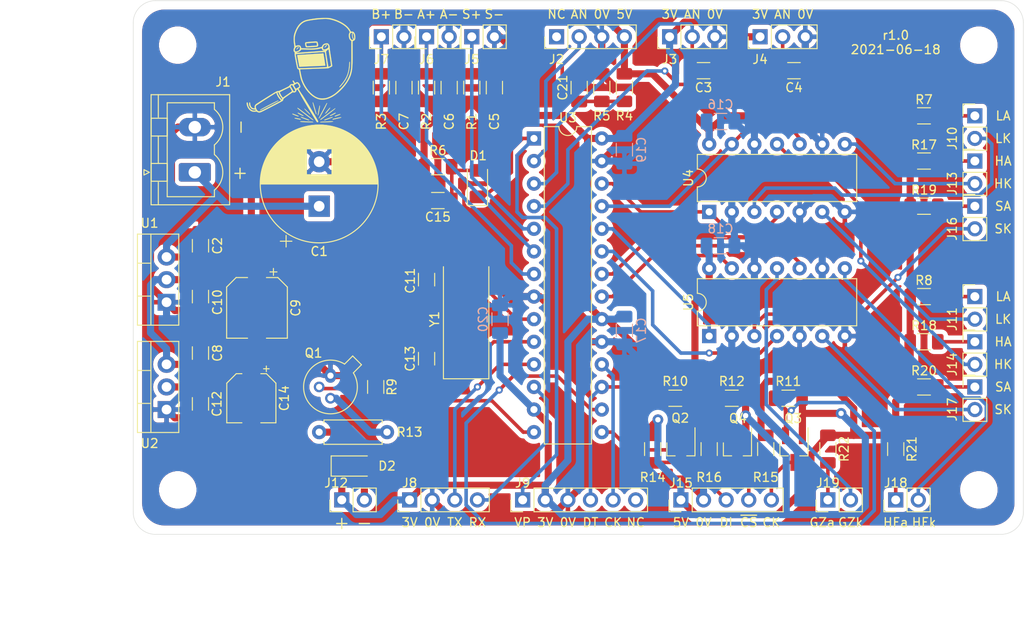
<source format=kicad_pcb>
(kicad_pcb (version 20171130) (host pcbnew 5.1.10-1.fc33)
  (layers (0 F.Cu signal) (31 B.Cu signal) (34 B.Paste user) (35 F.Paste user) (36 B.SilkS user) (37 F.SilkS user) (38 B.Mask user) (39 F.Mask user) (44 Edge.Cuts user))
  (net 0 "")
  (net 1 GND)
  (net 2 "Net-(Q1-Pad3)")
  (net 3 "Net-(Q1-Pad2)")
  (net 4 /PGD)
  (net 5 +3V3)
  (net 6 /RE8)
  (net 7 /RD0)
  (net 8 /RD1)
  (net 9 /RC14)
  (net 10 /RC13)
  (net 11 /RB5)
  (net 12 /RB4)
  (net 13 /RB3)
  (net 14 /PGC)
  (net 15 /RB2)
  (net 16 /RB1)
  (net 17 /RB0)
  (net 18 /VPP)
  (net 19 +5V)
  (net 20 "Net-(C13-Pad1)")
  (net 21 "Net-(D2-Pad2)")
  (net 22 "Net-(J11-Pad2)")
  (net 23 "Net-(J11-Pad1)")
  (net 24 "Net-(J13-Pad2)")
  (net 25 "Net-(J13-Pad1)")
  (net 26 "Net-(J14-Pad2)")
  (net 27 "Net-(J14-Pad1)")
  (net 28 "Net-(J16-Pad2)")
  (net 29 "Net-(J16-Pad1)")
  (net 30 "Net-(J17-Pad2)")
  (net 31 "Net-(J17-Pad1)")
  (net 32 "Net-(J18-Pad2)")
  (net 33 "Net-(J18-Pad1)")
  (net 34 "Net-(C11-Pad1)")
  (net 35 "Net-(C15-Pad1)")
  (net 36 "Net-(J10-Pad2)")
  (net 37 "Net-(J10-Pad1)")
  (net 38 "Net-(J15-Pad5)")
  (net 39 "Net-(J15-Pad4)")
  (net 40 "Net-(J15-Pad3)")
  (net 41 "Net-(J19-Pad2)")
  (net 42 "Net-(J19-Pad1)")
  (net 43 "Net-(U3-Pad26)")
  (net 44 "Net-(U3-Pad25)")
  (net 45 "Net-(U3-Pad24)")
  (net 46 "Net-(U3-Pad23)")
  (net 47 "Net-(U3-Pad22)")
  (net 48 "Net-(U3-Pad21)")
  (net 49 +12V)
  (module dspic-controller:welder_footprint (layer F.Cu) (at 133.985 102.87)
    (fp_text reference G*** hide)
    (fp_text value LOGO hide)
  )
  (module Package_DIP:DIP-14_W7.62mm (layer F.Cu) (at 179.705 132.715 90)
    (fp_text reference U5 (at 3.81 -2.33 90) (layer F.SilkS))
    (fp_text value 74LS32)
    (pad 14 thru_hole oval (at 7.62 0 90) (size 1.6 1.6) (drill 0.8) (layers *.Cu *.Mask) (net 19 +5V))
    (pad 7 thru_hole oval (at 0 15.24 90) (size 1.6 1.6) (drill 0.8) (layers *.Cu *.Mask) (net 1 GND))
    (pad 13 thru_hole oval (at 7.62 2.54 90) (size 1.6 1.6) (drill 0.8) (layers *.Cu *.Mask) (net 48 "Net-(U3-Pad21)"))
    (pad 6 thru_hole oval (at 0 12.7 90) (size 1.6 1.6) (drill 0.8) (layers *.Cu *.Mask) (net 30 "Net-(J17-Pad2)"))
    (pad 12 thru_hole oval (at 7.62 5.08 90) (size 1.6 1.6) (drill 0.8) (layers *.Cu *.Mask) (net 1 GND))
    (pad 5 thru_hole oval (at 0 10.16 90) (size 1.6 1.6) (drill 0.8) (layers *.Cu *.Mask) (net 1 GND))
    (pad 11 thru_hole oval (at 7.62 7.62 90) (size 1.6 1.6) (drill 0.8) (layers *.Cu *.Mask) (net 41 "Net-(J19-Pad2)"))
    (pad 4 thru_hole oval (at 0 7.62 90) (size 1.6 1.6) (drill 0.8) (layers *.Cu *.Mask) (net 46 "Net-(U3-Pad23)"))
    (pad 10 thru_hole oval (at 7.62 10.16 90) (size 1.6 1.6) (drill 0.8) (layers *.Cu *.Mask) (net 47 "Net-(U3-Pad22)"))
    (pad 3 thru_hole oval (at 0 5.08 90) (size 1.6 1.6) (drill 0.8) (layers *.Cu *.Mask) (net 28 "Net-(J16-Pad2)"))
    (pad 9 thru_hole oval (at 7.62 12.7 90) (size 1.6 1.6) (drill 0.8) (layers *.Cu *.Mask) (net 1 GND))
    (pad 2 thru_hole oval (at 0 2.54 90) (size 1.6 1.6) (drill 0.8) (layers *.Cu *.Mask) (net 1 GND))
    (pad 8 thru_hole oval (at 7.62 15.24 90) (size 1.6 1.6) (drill 0.8) (layers *.Cu *.Mask) (net 32 "Net-(J18-Pad2)"))
    (pad 1 thru_hole rect (at 0 0 90) (size 1.6 1.6) (drill 0.8) (layers *.Cu *.Mask) (net 45 "Net-(U3-Pad24)"))
  )
  (module Package_DIP:DIP-14_W7.62mm (layer F.Cu) (at 179.705 118.745 90)
    (fp_text reference U4 (at 3.81 -2.33 90) (layer F.SilkS))
    (fp_text value 74LS32)
    (pad 14 thru_hole oval (at 7.62 0 90) (size 1.6 1.6) (drill 0.8) (layers *.Cu *.Mask) (net 19 +5V))
    (pad 7 thru_hole oval (at 0 15.24 90) (size 1.6 1.6) (drill 0.8) (layers *.Cu *.Mask) (net 1 GND))
    (pad 13 thru_hole oval (at 7.62 2.54 90) (size 1.6 1.6) (drill 0.8) (layers *.Cu *.Mask) (net 44 "Net-(U3-Pad25)"))
    (pad 6 thru_hole oval (at 0 12.7 90) (size 1.6 1.6) (drill 0.8) (layers *.Cu *.Mask) (net 22 "Net-(J11-Pad2)"))
    (pad 12 thru_hole oval (at 7.62 5.08 90) (size 1.6 1.6) (drill 0.8) (layers *.Cu *.Mask) (net 1 GND))
    (pad 5 thru_hole oval (at 0 10.16 90) (size 1.6 1.6) (drill 0.8) (layers *.Cu *.Mask) (net 1 GND))
    (pad 11 thru_hole oval (at 7.62 7.62 90) (size 1.6 1.6) (drill 0.8) (layers *.Cu *.Mask) (net 26 "Net-(J14-Pad2)"))
    (pad 4 thru_hole oval (at 0 7.62 90) (size 1.6 1.6) (drill 0.8) (layers *.Cu *.Mask) (net 43 "Net-(U3-Pad26)"))
    (pad 10 thru_hole oval (at 7.62 10.16 90) (size 1.6 1.6) (drill 0.8) (layers *.Cu *.Mask) (net 44 "Net-(U3-Pad25)"))
    (pad 3 thru_hole oval (at 0 5.08 90) (size 1.6 1.6) (drill 0.8) (layers *.Cu *.Mask) (net 36 "Net-(J10-Pad2)"))
    (pad 9 thru_hole oval (at 7.62 12.7 90) (size 1.6 1.6) (drill 0.8) (layers *.Cu *.Mask) (net 1 GND))
    (pad 2 thru_hole oval (at 0 2.54 90) (size 1.6 1.6) (drill 0.8) (layers *.Cu *.Mask) (net 1 GND))
    (pad 8 thru_hole oval (at 7.62 15.24 90) (size 1.6 1.6) (drill 0.8) (layers *.Cu *.Mask) (net 24 "Net-(J13-Pad2)"))
    (pad 1 thru_hole rect (at 0 0 90) (size 1.6 1.6) (drill 0.8) (layers *.Cu *.Mask) (net 43 "Net-(U3-Pad26)"))
  )
  (module Capacitor_SMD:C_1206_3216Metric_Pad1.33x1.80mm_HandSolder (layer F.Cu) (at 165.1 104.775 90)
    (fp_text reference C21 (at 0 -1.85 90) (layer F.SilkS))
    (fp_text value 100n)
    (pad 2 smd roundrect (at 1.5625 0 90) (size 1.325 1.8) (layers F.Cu F.Paste F.Mask) (roundrect_rratio 0.1886784905660377) (net 1 GND))
    (pad 1 smd roundrect (at -1.5625 0 90) (size 1.325 1.8) (layers F.Cu F.Paste F.Mask) (roundrect_rratio 0.1886784905660377) (net 17 /RB0))
  )
  (module Package_TO_SOT_THT:TO-18-3 (layer F.Cu) (at 137.16 137.16 270)
    (fp_text reference Q1 (at -2.54 1.905 180) (layer F.SilkS))
    (fp_text value PN2222A)
    (pad 3 thru_hole oval (at 2.54 0 270) (size 1.2 1.2) (drill 0.7) (layers *.Cu *.Mask) (net 2 "Net-(Q1-Pad3)"))
    (pad 2 thru_hole oval (at 1.27 1.27 270) (size 1.2 1.2) (drill 0.7) (layers *.Cu *.Mask) (net 3 "Net-(Q1-Pad2)"))
    (pad 1 thru_hole oval (at 0 0 270) (size 1.6 1.2) (drill 0.7) (layers *.Cu *.Mask) (net 1 GND))
  )
  (module Package_TO_SOT_THT:TO-220-3_Vertical (layer F.Cu) (at 118.745 140.97 90)
    (fp_text reference U2 (at -3.81 -1.905 180) (layer F.SilkS))
    (fp_text value LM1085-3.3)
    (pad 3 thru_hole oval (at 5.08 0 90) (size 1.905 2) (drill 1.1) (layers *.Cu *.Mask) (net 19 +5V))
    (pad 2 thru_hole oval (at 2.54 0 90) (size 1.905 2) (drill 1.1) (layers *.Cu *.Mask) (net 5 +3V3))
    (pad 1 thru_hole rect (at 0 0 90) (size 1.905 2) (drill 1.1) (layers *.Cu *.Mask) (net 1 GND))
  )
  (module Package_TO_SOT_THT:TO-220-3_Vertical (layer F.Cu) (at 118.745 128.905 90)
    (fp_text reference U1 (at 8.89 -1.905 180) (layer F.SilkS))
    (fp_text value LM1085-5.0)
    (pad 3 thru_hole oval (at 5.08 0 90) (size 1.905 2) (drill 1.1) (layers *.Cu *.Mask) (net 49 +12V))
    (pad 2 thru_hole oval (at 2.54 0 90) (size 1.905 2) (drill 1.1) (layers *.Cu *.Mask) (net 19 +5V))
    (pad 1 thru_hole rect (at 0 0 90) (size 1.905 2) (drill 1.1) (layers *.Cu *.Mask) (net 1 GND))
  )
  (module Crystal:Crystal_SMD_HC49-SD (layer F.Cu) (at 152.4 130.81 90)
    (fp_text reference Y1 (at 0 -3.55 90) (layer F.SilkS))
    (fp_text value Crystal)
    (pad 2 smd rect (at 4.25 0 90) (size 4.5 2) (layers F.Cu F.Paste F.Mask) (net 34 "Net-(C11-Pad1)"))
    (pad 1 smd rect (at -4.25 0 90) (size 4.5 2) (layers F.Cu F.Paste F.Mask) (net 20 "Net-(C13-Pad1)"))
  )
  (module Package_DIP:DIP-28_W7.62mm (layer F.Cu) (at 160.02 110.49)
    (fp_text reference U3 (at 3.81 -2.33) (layer F.SilkS))
    (fp_text value DSPIC30F4012)
    (pad 28 thru_hole oval (at 7.62 0) (size 1.6 1.6) (drill 0.8) (layers *.Cu *.Mask) (net 5 +3V3))
    (pad 14 thru_hole oval (at 0 33.02) (size 1.6 1.6) (drill 0.8) (layers *.Cu *.Mask) (net 8 /RD1))
    (pad 27 thru_hole oval (at 7.62 2.54) (size 1.6 1.6) (drill 0.8) (layers *.Cu *.Mask) (net 1 GND))
    (pad 13 thru_hole oval (at 0 30.48) (size 1.6 1.6) (drill 0.8) (layers *.Cu *.Mask) (net 5 +3V3))
    (pad 26 thru_hole oval (at 7.62 5.08) (size 1.6 1.6) (drill 0.8) (layers *.Cu *.Mask) (net 43 "Net-(U3-Pad26)"))
    (pad 12 thru_hole oval (at 0 27.94) (size 1.6 1.6) (drill 0.8) (layers *.Cu *.Mask) (net 9 /RC14))
    (pad 25 thru_hole oval (at 7.62 7.62) (size 1.6 1.6) (drill 0.8) (layers *.Cu *.Mask) (net 44 "Net-(U3-Pad25)"))
    (pad 11 thru_hole oval (at 0 25.4) (size 1.6 1.6) (drill 0.8) (layers *.Cu *.Mask) (net 10 /RC13))
    (pad 24 thru_hole oval (at 7.62 10.16) (size 1.6 1.6) (drill 0.8) (layers *.Cu *.Mask) (net 45 "Net-(U3-Pad24)"))
    (pad 10 thru_hole oval (at 0 22.86) (size 1.6 1.6) (drill 0.8) (layers *.Cu *.Mask) (net 20 "Net-(C13-Pad1)"))
    (pad 23 thru_hole oval (at 7.62 12.7) (size 1.6 1.6) (drill 0.8) (layers *.Cu *.Mask) (net 46 "Net-(U3-Pad23)"))
    (pad 9 thru_hole oval (at 0 20.32) (size 1.6 1.6) (drill 0.8) (layers *.Cu *.Mask) (net 34 "Net-(C11-Pad1)"))
    (pad 22 thru_hole oval (at 7.62 15.24) (size 1.6 1.6) (drill 0.8) (layers *.Cu *.Mask) (net 47 "Net-(U3-Pad22)"))
    (pad 8 thru_hole oval (at 0 17.78) (size 1.6 1.6) (drill 0.8) (layers *.Cu *.Mask) (net 1 GND))
    (pad 21 thru_hole oval (at 7.62 17.78) (size 1.6 1.6) (drill 0.8) (layers *.Cu *.Mask) (net 48 "Net-(U3-Pad21)"))
    (pad 7 thru_hole oval (at 0 15.24) (size 1.6 1.6) (drill 0.8) (layers *.Cu *.Mask) (net 11 /RB5))
    (pad 20 thru_hole oval (at 7.62 20.32) (size 1.6 1.6) (drill 0.8) (layers *.Cu *.Mask) (net 5 +3V3))
    (pad 6 thru_hole oval (at 0 12.7) (size 1.6 1.6) (drill 0.8) (layers *.Cu *.Mask) (net 12 /RB4))
    (pad 19 thru_hole oval (at 7.62 22.86) (size 1.6 1.6) (drill 0.8) (layers *.Cu *.Mask) (net 1 GND))
    (pad 5 thru_hole oval (at 0 10.16) (size 1.6 1.6) (drill 0.8) (layers *.Cu *.Mask) (net 13 /RB3))
    (pad 18 thru_hole oval (at 7.62 25.4) (size 1.6 1.6) (drill 0.8) (layers *.Cu *.Mask) (net 14 /PGC))
    (pad 4 thru_hole oval (at 0 7.62) (size 1.6 1.6) (drill 0.8) (layers *.Cu *.Mask) (net 15 /RB2))
    (pad 17 thru_hole oval (at 7.62 27.94) (size 1.6 1.6) (drill 0.8) (layers *.Cu *.Mask) (net 4 /PGD))
    (pad 3 thru_hole oval (at 0 5.08) (size 1.6 1.6) (drill 0.8) (layers *.Cu *.Mask) (net 16 /RB1))
    (pad 16 thru_hole oval (at 7.62 30.48) (size 1.6 1.6) (drill 0.8) (layers *.Cu *.Mask) (net 6 /RE8))
    (pad 2 thru_hole oval (at 0 2.54) (size 1.6 1.6) (drill 0.8) (layers *.Cu *.Mask) (net 17 /RB0))
    (pad 15 thru_hole oval (at 7.62 33.02) (size 1.6 1.6) (drill 0.8) (layers *.Cu *.Mask) (net 7 /RD0))
    (pad 1 thru_hole rect (at 0 0) (size 1.6 1.6) (drill 0.8) (layers *.Cu *.Mask) (net 18 /VPP))
  )
  (module Resistor_SMD:R_1206_3216Metric_Pad1.30x1.75mm_HandSolder (layer F.Cu) (at 193.04 145.415 270)
    (fp_text reference R22 (at 0 -1.82 90) (layer F.SilkS))
    (fp_text value 620)
    (pad 2 smd roundrect (at 1.55 0 270) (size 1.3 1.75) (layers F.Cu F.Paste F.Mask) (roundrect_rratio 0.1923076923076923) (net 42 "Net-(J19-Pad1)"))
    (pad 1 smd roundrect (at -1.55 0 270) (size 1.3 1.75) (layers F.Cu F.Paste F.Mask) (roundrect_rratio 0.1923076923076923) (net 19 +5V))
  )
  (module Resistor_SMD:R_1206_3216Metric_Pad1.30x1.75mm_HandSolder (layer F.Cu) (at 200.66 145.415 270)
    (fp_text reference R21 (at 0 -1.82 90) (layer F.SilkS))
    (fp_text value 620)
    (pad 2 smd roundrect (at 1.55 0 270) (size 1.3 1.75) (layers F.Cu F.Paste F.Mask) (roundrect_rratio 0.1923076923076923) (net 33 "Net-(J18-Pad1)"))
    (pad 1 smd roundrect (at -1.55 0 270) (size 1.3 1.75) (layers F.Cu F.Paste F.Mask) (roundrect_rratio 0.1923076923076923) (net 19 +5V))
  )
  (module Resistor_SMD:R_1206_3216Metric_Pad1.30x1.75mm_HandSolder (layer F.Cu) (at 203.835 138.43)
    (fp_text reference R20 (at 0 -1.82) (layer F.SilkS))
    (fp_text value 620)
    (pad 2 smd roundrect (at 1.55 0) (size 1.3 1.75) (layers F.Cu F.Paste F.Mask) (roundrect_rratio 0.1923076923076923) (net 31 "Net-(J17-Pad1)"))
    (pad 1 smd roundrect (at -1.55 0) (size 1.3 1.75) (layers F.Cu F.Paste F.Mask) (roundrect_rratio 0.1923076923076923) (net 19 +5V))
  )
  (module Resistor_SMD:R_1206_3216Metric_Pad1.30x1.75mm_HandSolder (layer F.Cu) (at 203.835 118.11)
    (fp_text reference R19 (at 0 -1.82) (layer F.SilkS))
    (fp_text value 620)
    (pad 2 smd roundrect (at 1.55 0) (size 1.3 1.75) (layers F.Cu F.Paste F.Mask) (roundrect_rratio 0.1923076923076923) (net 29 "Net-(J16-Pad1)"))
    (pad 1 smd roundrect (at -1.55 0) (size 1.3 1.75) (layers F.Cu F.Paste F.Mask) (roundrect_rratio 0.1923076923076923) (net 19 +5V))
  )
  (module Resistor_SMD:R_1206_3216Metric_Pad1.30x1.75mm_HandSolder (layer F.Cu) (at 203.835 133.35)
    (fp_text reference R18 (at 0 -1.82) (layer F.SilkS))
    (fp_text value 620)
    (pad 2 smd roundrect (at 1.55 0) (size 1.3 1.75) (layers F.Cu F.Paste F.Mask) (roundrect_rratio 0.1923076923076923) (net 27 "Net-(J14-Pad1)"))
    (pad 1 smd roundrect (at -1.55 0) (size 1.3 1.75) (layers F.Cu F.Paste F.Mask) (roundrect_rratio 0.1923076923076923) (net 19 +5V))
  )
  (module Resistor_SMD:R_1206_3216Metric_Pad1.30x1.75mm_HandSolder (layer F.Cu) (at 203.835 113.03)
    (fp_text reference R17 (at 0 -1.82) (layer F.SilkS))
    (fp_text value 620)
    (pad 2 smd roundrect (at 1.55 0) (size 1.3 1.75) (layers F.Cu F.Paste F.Mask) (roundrect_rratio 0.1923076923076923) (net 25 "Net-(J13-Pad1)"))
    (pad 1 smd roundrect (at -1.55 0) (size 1.3 1.75) (layers F.Cu F.Paste F.Mask) (roundrect_rratio 0.1923076923076923) (net 19 +5V))
  )
  (module Resistor_SMD:R_1206_3216Metric_Pad1.30x1.75mm_HandSolder (layer F.Cu) (at 179.705 145.415 270)
    (fp_text reference R16 (at 3.175 0 180) (layer F.SilkS))
    (fp_text value 10k)
    (pad 2 smd roundrect (at 1.55 0 270) (size 1.3 1.75) (layers F.Cu F.Paste F.Mask) (roundrect_rratio 0.1923076923076923) (net 39 "Net-(J15-Pad4)"))
    (pad 1 smd roundrect (at -1.55 0 270) (size 1.3 1.75) (layers F.Cu F.Paste F.Mask) (roundrect_rratio 0.1923076923076923) (net 19 +5V))
  )
  (module Resistor_SMD:R_1206_3216Metric_Pad1.30x1.75mm_HandSolder (layer F.Cu) (at 186.055 145.415 270)
    (fp_text reference R15 (at 3.175 0 180) (layer F.SilkS))
    (fp_text value 10k)
    (pad 2 smd roundrect (at 1.55 0 270) (size 1.3 1.75) (layers F.Cu F.Paste F.Mask) (roundrect_rratio 0.1923076923076923) (net 38 "Net-(J15-Pad5)"))
    (pad 1 smd roundrect (at -1.55 0 270) (size 1.3 1.75) (layers F.Cu F.Paste F.Mask) (roundrect_rratio 0.1923076923076923) (net 19 +5V))
  )
  (module Resistor_SMD:R_1206_3216Metric_Pad1.30x1.75mm_HandSolder (layer F.Cu) (at 173.355 145.415 270)
    (fp_text reference R14 (at 3.175 0 180) (layer F.SilkS))
    (fp_text value 10k)
    (pad 2 smd roundrect (at 1.55 0 270) (size 1.3 1.75) (layers F.Cu F.Paste F.Mask) (roundrect_rratio 0.1923076923076923) (net 40 "Net-(J15-Pad3)"))
    (pad 1 smd roundrect (at -1.55 0 270) (size 1.3 1.75) (layers F.Cu F.Paste F.Mask) (roundrect_rratio 0.1923076923076923) (net 19 +5V))
  )
  (module Resistor_THT:R_Axial_DIN0207_L6.3mm_D2.5mm_P7.62mm_Horizontal (layer F.Cu) (at 135.89 143.51)
    (fp_text reference R13 (at 10.16 0) (layer F.SilkS))
    (fp_text value "33 / 0.5W")
    (pad 2 thru_hole oval (at 7.62 0) (size 1.6 1.6) (drill 0.8) (layers *.Cu *.Mask) (net 2 "Net-(Q1-Pad3)"))
    (pad 1 thru_hole circle (at 0 0) (size 1.6 1.6) (drill 0.8) (layers *.Cu *.Mask) (net 21 "Net-(D2-Pad2)"))
  )
  (module Resistor_SMD:R_1206_3216Metric_Pad1.30x1.75mm_HandSolder (layer F.Cu) (at 182.245 139.7 180)
    (fp_text reference R12 (at 0 1.905) (layer F.SilkS))
    (fp_text value 10k)
    (pad 2 smd roundrect (at 1.55 0 180) (size 1.3 1.75) (layers F.Cu F.Paste F.Mask) (roundrect_rratio 0.1923076923076923) (net 7 /RD0))
    (pad 1 smd roundrect (at -1.55 0 180) (size 1.3 1.75) (layers F.Cu F.Paste F.Mask) (roundrect_rratio 0.1923076923076923) (net 5 +3V3))
  )
  (module Resistor_SMD:R_1206_3216Metric_Pad1.30x1.75mm_HandSolder (layer F.Cu) (at 188.595 139.7 180)
    (fp_text reference R11 (at 0 1.905) (layer F.SilkS))
    (fp_text value 10k)
    (pad 2 smd roundrect (at 1.55 0 180) (size 1.3 1.75) (layers F.Cu F.Paste F.Mask) (roundrect_rratio 0.1923076923076923) (net 6 /RE8))
    (pad 1 smd roundrect (at -1.55 0 180) (size 1.3 1.75) (layers F.Cu F.Paste F.Mask) (roundrect_rratio 0.1923076923076923) (net 5 +3V3))
  )
  (module Resistor_SMD:R_1206_3216Metric_Pad1.30x1.75mm_HandSolder (layer F.Cu) (at 175.895 139.7 180)
    (fp_text reference R10 (at 0 1.905) (layer F.SilkS))
    (fp_text value 10k)
    (pad 2 smd roundrect (at 1.55 0 180) (size 1.3 1.75) (layers F.Cu F.Paste F.Mask) (roundrect_rratio 0.1923076923076923) (net 4 /PGD))
    (pad 1 smd roundrect (at -1.55 0 180) (size 1.3 1.75) (layers F.Cu F.Paste F.Mask) (roundrect_rratio 0.1923076923076923) (net 5 +3V3))
  )
  (module Resistor_SMD:R_1206_3216Metric_Pad1.30x1.75mm_HandSolder (layer F.Cu) (at 142.24 138.43 270)
    (fp_text reference R9 (at 0 -1.82 90) (layer F.SilkS))
    (fp_text value 1k)
    (pad 2 smd roundrect (at 1.55 0 270) (size 1.3 1.75) (layers F.Cu F.Paste F.Mask) (roundrect_rratio 0.1923076923076923) (net 8 /RD1))
    (pad 1 smd roundrect (at -1.55 0 270) (size 1.3 1.75) (layers F.Cu F.Paste F.Mask) (roundrect_rratio 0.1923076923076923) (net 3 "Net-(Q1-Pad2)"))
  )
  (module Resistor_SMD:R_1206_3216Metric_Pad1.30x1.75mm_HandSolder (layer F.Cu) (at 203.835 128.27)
    (fp_text reference R8 (at 0 -1.82) (layer F.SilkS))
    (fp_text value 620)
    (pad 2 smd roundrect (at 1.55 0) (size 1.3 1.75) (layers F.Cu F.Paste F.Mask) (roundrect_rratio 0.1923076923076923) (net 23 "Net-(J11-Pad1)"))
    (pad 1 smd roundrect (at -1.55 0) (size 1.3 1.75) (layers F.Cu F.Paste F.Mask) (roundrect_rratio 0.1923076923076923) (net 19 +5V))
  )
  (module Resistor_SMD:R_1206_3216Metric_Pad1.30x1.75mm_HandSolder (layer F.Cu) (at 203.835 107.95)
    (fp_text reference R7 (at 0 -1.82) (layer F.SilkS))
    (fp_text value 620)
    (pad 2 smd roundrect (at 1.55 0) (size 1.3 1.75) (layers F.Cu F.Paste F.Mask) (roundrect_rratio 0.1923076923076923) (net 37 "Net-(J10-Pad1)"))
    (pad 1 smd roundrect (at -1.55 0) (size 1.3 1.75) (layers F.Cu F.Paste F.Mask) (roundrect_rratio 0.1923076923076923) (net 19 +5V))
  )
  (module Resistor_SMD:R_1206_3216Metric_Pad1.30x1.75mm_HandSolder (layer F.Cu) (at 149.225 113.665)
    (fp_text reference R6 (at 0 -1.82) (layer F.SilkS))
    (fp_text value 1k)
    (pad 2 smd roundrect (at 1.55 0) (size 1.3 1.75) (layers F.Cu F.Paste F.Mask) (roundrect_rratio 0.1923076923076923) (net 35 "Net-(C15-Pad1)"))
    (pad 1 smd roundrect (at -1.55 0) (size 1.3 1.75) (layers F.Cu F.Paste F.Mask) (roundrect_rratio 0.1923076923076923) (net 5 +3V3))
  )
  (module Resistor_SMD:R_1206_3216Metric_Pad1.30x1.75mm_HandSolder (layer F.Cu) (at 167.64 104.775 90)
    (fp_text reference R5 (at -3.175 0 180) (layer F.SilkS))
    (fp_text value 10k)
    (pad 2 smd roundrect (at 1.55 0 90) (size 1.3 1.75) (layers F.Cu F.Paste F.Mask) (roundrect_rratio 0.1923076923076923) (net 1 GND))
    (pad 1 smd roundrect (at -1.55 0 90) (size 1.3 1.75) (layers F.Cu F.Paste F.Mask) (roundrect_rratio 0.1923076923076923) (net 17 /RB0))
  )
  (module Resistor_SMD:R_1206_3216Metric_Pad1.30x1.75mm_HandSolder (layer F.Cu) (at 170.18 104.775 270)
    (fp_text reference R4 (at 3.175 0 180) (layer F.SilkS))
    (fp_text value 15k)
    (pad 2 smd roundrect (at 1.55 0 270) (size 1.3 1.75) (layers F.Cu F.Paste F.Mask) (roundrect_rratio 0.1923076923076923) (net 17 /RB0))
    (pad 1 smd roundrect (at -1.55 0 270) (size 1.3 1.75) (layers F.Cu F.Paste F.Mask) (roundrect_rratio 0.1923076923076923) (net 19 +5V))
  )
  (module Resistor_SMD:R_1206_3216Metric_Pad1.30x1.75mm_HandSolder (layer F.Cu) (at 142.875 104.775 90)
    (fp_text reference R3 (at -3.81 0 90) (layer F.SilkS))
    (fp_text value 10k)
    (pad 2 smd roundrect (at 1.55 0 90) (size 1.3 1.75) (layers F.Cu F.Paste F.Mask) (roundrect_rratio 0.1923076923076923) (net 11 /RB5))
    (pad 1 smd roundrect (at -1.55 0 90) (size 1.3 1.75) (layers F.Cu F.Paste F.Mask) (roundrect_rratio 0.1923076923076923) (net 5 +3V3))
  )
  (module Resistor_SMD:R_1206_3216Metric_Pad1.30x1.75mm_HandSolder (layer F.Cu) (at 147.955 104.775 90)
    (fp_text reference R2 (at -3.81 0 90) (layer F.SilkS))
    (fp_text value 10k)
    (pad 2 smd roundrect (at 1.55 0 90) (size 1.3 1.75) (layers F.Cu F.Paste F.Mask) (roundrect_rratio 0.1923076923076923) (net 12 /RB4))
    (pad 1 smd roundrect (at -1.55 0 90) (size 1.3 1.75) (layers F.Cu F.Paste F.Mask) (roundrect_rratio 0.1923076923076923) (net 5 +3V3))
  )
  (module Resistor_SMD:R_1206_3216Metric_Pad1.30x1.75mm_HandSolder (layer F.Cu) (at 153.035 104.775 90)
    (fp_text reference R1 (at -3.81 0 90) (layer F.SilkS))
    (fp_text value 10k)
    (pad 2 smd roundrect (at 1.55 0 90) (size 1.3 1.75) (layers F.Cu F.Paste F.Mask) (roundrect_rratio 0.1923076923076923) (net 13 /RB3))
    (pad 1 smd roundrect (at -1.55 0 90) (size 1.3 1.75) (layers F.Cu F.Paste F.Mask) (roundrect_rratio 0.1923076923076923) (net 5 +3V3))
  )
  (module Package_TO_SOT_SMD:SOT-23_Handsoldering (layer F.Cu) (at 182.88 145.415 270)
    (fp_text reference Q4 (at -3.446658 -0.054336 180) (layer F.SilkS))
    (fp_text value BSS138)
    (pad 3 smd rect (at 1.5 0 270) (size 1.9 0.8) (layers F.Cu F.Paste F.Mask) (net 39 "Net-(J15-Pad4)"))
    (pad 2 smd rect (at -1.5 0.95 270) (size 1.9 0.8) (layers F.Cu F.Paste F.Mask) (net 7 /RD0))
    (pad 1 smd rect (at -1.5 -0.95 270) (size 1.9 0.8) (layers F.Cu F.Paste F.Mask) (net 5 +3V3))
  )
  (module Package_TO_SOT_SMD:SOT-23_Handsoldering (layer F.Cu) (at 189.23 145.415 270)
    (fp_text reference Q3 (at -3.446658 0.08635 180) (layer F.SilkS))
    (fp_text value BSS138)
    (pad 3 smd rect (at 1.5 0 270) (size 1.9 0.8) (layers F.Cu F.Paste F.Mask) (net 38 "Net-(J15-Pad5)"))
    (pad 2 smd rect (at -1.5 0.95 270) (size 1.9 0.8) (layers F.Cu F.Paste F.Mask) (net 6 /RE8))
    (pad 1 smd rect (at -1.5 -0.95 270) (size 1.9 0.8) (layers F.Cu F.Paste F.Mask) (net 5 +3V3))
  )
  (module Package_TO_SOT_SMD:SOT-23_Handsoldering (layer F.Cu) (at 176.53 145.415 270)
    (fp_text reference Q2 (at -3.485466 0.076634 180) (layer F.SilkS))
    (fp_text value BSS138)
    (pad 3 smd rect (at 1.5 0 270) (size 1.9 0.8) (layers F.Cu F.Paste F.Mask) (net 40 "Net-(J15-Pad3)"))
    (pad 2 smd rect (at -1.5 0.95 270) (size 1.9 0.8) (layers F.Cu F.Paste F.Mask) (net 4 /PGD))
    (pad 1 smd rect (at -1.5 -0.95 270) (size 1.9 0.8) (layers F.Cu F.Paste F.Mask) (net 5 +3V3))
  )
  (module Connector_PinHeader_2.54mm:PinHeader_1x02_P2.54mm_Vertical (layer F.Cu) (at 193.04 151.13 90)
    (fp_text reference J19 (at 1.905 0 180) (layer F.SilkS))
    (fp_text value Gaz)
    (pad 2 thru_hole oval (at 0 2.54 90) (size 1.7 1.7) (drill 1) (layers *.Cu *.Mask) (net 41 "Net-(J19-Pad2)"))
    (pad 1 thru_hole rect (at 0 0 90) (size 1.7 1.7) (drill 1) (layers *.Cu *.Mask) (net 42 "Net-(J19-Pad1)"))
  )
  (module Connector_PinHeader_2.54mm:PinHeader_1x02_P2.54mm_Vertical (layer F.Cu) (at 200.66 151.13 90)
    (fp_text reference J18 (at 1.905 0 180) (layer F.SilkS))
    (fp_text value HF)
    (pad 2 thru_hole oval (at 0 2.54 90) (size 1.7 1.7) (drill 1) (layers *.Cu *.Mask) (net 32 "Net-(J18-Pad2)"))
    (pad 1 thru_hole rect (at 0 0 90) (size 1.7 1.7) (drill 1) (layers *.Cu *.Mask) (net 33 "Net-(J18-Pad1)"))
  )
  (module Connector_PinHeader_2.54mm:PinHeader_1x02_P2.54mm_Vertical (layer F.Cu) (at 209.55 138.43)
    (fp_text reference J17 (at -2.54 2.54 90) (layer F.SilkS))
    (fp_text value Enable1)
    (pad 2 thru_hole oval (at 0 2.54) (size 1.7 1.7) (drill 1) (layers *.Cu *.Mask) (net 30 "Net-(J17-Pad2)"))
    (pad 1 thru_hole rect (at 0 0) (size 1.7 1.7) (drill 1) (layers *.Cu *.Mask) (net 31 "Net-(J17-Pad1)"))
  )
  (module Connector_PinHeader_2.54mm:PinHeader_1x02_P2.54mm_Vertical (layer F.Cu) (at 209.55 118.11)
    (fp_text reference J16 (at -2.54 2.54 90) (layer F.SilkS))
    (fp_text value Enable0)
    (pad 2 thru_hole oval (at 0 2.54) (size 1.7 1.7) (drill 1) (layers *.Cu *.Mask) (net 28 "Net-(J16-Pad2)"))
    (pad 1 thru_hole rect (at 0 0) (size 1.7 1.7) (drill 1) (layers *.Cu *.Mask) (net 29 "Net-(J16-Pad1)"))
  )
  (module Connector_PinHeader_2.54mm:PinHeader_1x05_P2.54mm_Vertical (layer F.Cu) (at 176.53 151.13 90)
    (fp_text reference J15 (at 1.905 0 180) (layer F.SilkS))
    (fp_text value "LED Matrix")
    (pad 5 thru_hole oval (at 0 10.16 90) (size 1.7 1.7) (drill 1) (layers *.Cu *.Mask) (net 38 "Net-(J15-Pad5)"))
    (pad 4 thru_hole oval (at 0 7.62 90) (size 1.7 1.7) (drill 1) (layers *.Cu *.Mask) (net 39 "Net-(J15-Pad4)"))
    (pad 3 thru_hole oval (at 0 5.08 90) (size 1.7 1.7) (drill 1) (layers *.Cu *.Mask) (net 40 "Net-(J15-Pad3)"))
    (pad 2 thru_hole oval (at 0 2.54 90) (size 1.7 1.7) (drill 1) (layers *.Cu *.Mask) (net 1 GND))
    (pad 1 thru_hole rect (at 0 0 90) (size 1.7 1.7) (drill 1) (layers *.Cu *.Mask) (net 19 +5V))
  )
  (module Connector_PinHeader_2.54mm:PinHeader_1x02_P2.54mm_Vertical (layer F.Cu) (at 209.55 133.35)
    (fp_text reference J14 (at -2.54 2.54 90) (layer F.SilkS))
    (fp_text value HighSide1)
    (pad 2 thru_hole oval (at 0 2.54) (size 1.7 1.7) (drill 1) (layers *.Cu *.Mask) (net 26 "Net-(J14-Pad2)"))
    (pad 1 thru_hole rect (at 0 0) (size 1.7 1.7) (drill 1) (layers *.Cu *.Mask) (net 27 "Net-(J14-Pad1)"))
  )
  (module Connector_PinHeader_2.54mm:PinHeader_1x02_P2.54mm_Vertical (layer F.Cu) (at 209.55 113.03)
    (fp_text reference J13 (at -2.54 2.54 90) (layer F.SilkS))
    (fp_text value HighSide0)
    (pad 2 thru_hole oval (at 0 2.54) (size 1.7 1.7) (drill 1) (layers *.Cu *.Mask) (net 24 "Net-(J13-Pad2)"))
    (pad 1 thru_hole rect (at 0 0) (size 1.7 1.7) (drill 1) (layers *.Cu *.Mask) (net 25 "Net-(J13-Pad1)"))
  )
  (module Connector_PinHeader_2.54mm:PinHeader_1x02_P2.54mm_Vertical (layer F.Cu) (at 138.43 151.13 90)
    (fp_text reference J12 (at 1.905 -0.635 180) (layer F.SilkS))
    (fp_text value Speaker)
    (pad 2 thru_hole oval (at 0 2.54 90) (size 1.7 1.7) (drill 1) (layers *.Cu *.Mask) (net 21 "Net-(D2-Pad2)"))
    (pad 1 thru_hole rect (at 0 0 90) (size 1.7 1.7) (drill 1) (layers *.Cu *.Mask) (net 5 +3V3))
  )
  (module Connector_PinHeader_2.54mm:PinHeader_1x02_P2.54mm_Vertical (layer F.Cu) (at 209.55 128.27)
    (fp_text reference J11 (at -2.54 2.54 90) (layer F.SilkS))
    (fp_text value LowSide1)
    (pad 2 thru_hole oval (at 0 2.54) (size 1.7 1.7) (drill 1) (layers *.Cu *.Mask) (net 22 "Net-(J11-Pad2)"))
    (pad 1 thru_hole rect (at 0 0) (size 1.7 1.7) (drill 1) (layers *.Cu *.Mask) (net 23 "Net-(J11-Pad1)"))
  )
  (module Connector_PinHeader_2.54mm:PinHeader_1x02_P2.54mm_Vertical (layer F.Cu) (at 209.55 107.95)
    (fp_text reference J10 (at -2.54 2.54 90) (layer F.SilkS))
    (fp_text value LowSide0)
    (pad 2 thru_hole oval (at 0 2.54) (size 1.7 1.7) (drill 1) (layers *.Cu *.Mask) (net 36 "Net-(J10-Pad2)"))
    (pad 1 thru_hole rect (at 0 0) (size 1.7 1.7) (drill 1) (layers *.Cu *.Mask) (net 37 "Net-(J10-Pad1)"))
  )
  (module Connector_PinHeader_2.54mm:PinHeader_1x06_P2.54mm_Vertical (layer F.Cu) (at 158.75 151.13 90)
    (fp_text reference J9 (at 1.905 0 180) (layer F.SilkS))
    (fp_text value ICSP)
    (pad 6 thru_hole oval (at 0 12.7 90) (size 1.7 1.7) (drill 1) (layers *.Cu *.Mask))
    (pad 5 thru_hole oval (at 0 10.16 90) (size 1.7 1.7) (drill 1) (layers *.Cu *.Mask) (net 14 /PGC))
    (pad 4 thru_hole oval (at 0 7.62 90) (size 1.7 1.7) (drill 1) (layers *.Cu *.Mask) (net 4 /PGD))
    (pad 3 thru_hole oval (at 0 5.08 90) (size 1.7 1.7) (drill 1) (layers *.Cu *.Mask) (net 1 GND))
    (pad 2 thru_hole oval (at 0 2.54 90) (size 1.7 1.7) (drill 1) (layers *.Cu *.Mask) (net 5 +3V3))
    (pad 1 thru_hole rect (at 0 0 90) (size 1.7 1.7) (drill 1) (layers *.Cu *.Mask) (net 18 /VPP))
  )
  (module Connector_PinHeader_2.54mm:PinHeader_1x04_P2.54mm_Vertical (layer F.Cu) (at 146.05 151.13 90)
    (fp_text reference J8 (at 1.905 0 180) (layer F.SilkS))
    (fp_text value Ext)
    (pad 4 thru_hole oval (at 0 7.62 90) (size 1.7 1.7) (drill 1) (layers *.Cu *.Mask) (net 9 /RC14))
    (pad 3 thru_hole oval (at 0 5.08 90) (size 1.7 1.7) (drill 1) (layers *.Cu *.Mask) (net 10 /RC13))
    (pad 2 thru_hole oval (at 0 2.54 90) (size 1.7 1.7) (drill 1) (layers *.Cu *.Mask) (net 1 GND))
    (pad 1 thru_hole rect (at 0 0 90) (size 1.7 1.7) (drill 1) (layers *.Cu *.Mask) (net 5 +3V3))
  )
  (module Connector_PinHeader_2.54mm:PinHeader_1x02_P2.54mm_Vertical (layer F.Cu) (at 142.875 99.06 90)
    (fp_text reference J7 (at -2.54 0 180) (layer F.SilkS))
    (fp_text value RotEncoderB)
    (pad 2 thru_hole oval (at 0 2.54 90) (size 1.7 1.7) (drill 1) (layers *.Cu *.Mask) (net 1 GND))
    (pad 1 thru_hole rect (at 0 0 90) (size 1.7 1.7) (drill 1) (layers *.Cu *.Mask) (net 11 /RB5))
  )
  (module Connector_PinHeader_2.54mm:PinHeader_1x02_P2.54mm_Vertical (layer F.Cu) (at 147.955 99.06 90)
    (fp_text reference J6 (at -2.54 0 180) (layer F.SilkS))
    (fp_text value RotEncoderA)
    (pad 2 thru_hole oval (at 0 2.54 90) (size 1.7 1.7) (drill 1) (layers *.Cu *.Mask) (net 1 GND))
    (pad 1 thru_hole rect (at 0 0 90) (size 1.7 1.7) (drill 1) (layers *.Cu *.Mask) (net 12 /RB4))
  )
  (module Connector_PinHeader_2.54mm:PinHeader_1x02_P2.54mm_Vertical (layer F.Cu) (at 153.035 99.06 90)
    (fp_text reference J5 (at -2.54 0 180) (layer F.SilkS))
    (fp_text value Switch)
    (pad 2 thru_hole oval (at 0 2.54 90) (size 1.7 1.7) (drill 1) (layers *.Cu *.Mask) (net 1 GND))
    (pad 1 thru_hole rect (at 0 0 90) (size 1.7 1.7) (drill 1) (layers *.Cu *.Mask) (net 13 /RB3))
  )
  (module Connector_PinHeader_2.54mm:PinHeader_1x03_P2.54mm_Vertical (layer F.Cu) (at 185.42 99.06 90)
    (fp_text reference J4 (at -2.54 0 180) (layer F.SilkS))
    (fp_text value Pedal)
    (pad 3 thru_hole oval (at 0 5.08 90) (size 1.7 1.7) (drill 1) (layers *.Cu *.Mask) (net 1 GND))
    (pad 2 thru_hole oval (at 0 2.54 90) (size 1.7 1.7) (drill 1) (layers *.Cu *.Mask) (net 15 /RB2))
    (pad 1 thru_hole rect (at 0 0 90) (size 1.7 1.7) (drill 1) (layers *.Cu *.Mask) (net 5 +3V3))
  )
  (module Connector_PinHeader_2.54mm:PinHeader_1x03_P2.54mm_Vertical (layer F.Cu) (at 175.26 99.06 90)
    (fp_text reference J3 (at -2.54 0 180) (layer F.SilkS))
    (fp_text value "Temp. Sensor")
    (pad 3 thru_hole oval (at 0 5.08 90) (size 1.7 1.7) (drill 1) (layers *.Cu *.Mask) (net 1 GND))
    (pad 2 thru_hole oval (at 0 2.54 90) (size 1.7 1.7) (drill 1) (layers *.Cu *.Mask) (net 16 /RB1))
    (pad 1 thru_hole rect (at 0 0 90) (size 1.7 1.7) (drill 1) (layers *.Cu *.Mask) (net 5 +3V3))
  )
  (module Connector_PinHeader_2.54mm:PinHeader_1x04_P2.54mm_Vertical (layer F.Cu) (at 162.56 99.06 90)
    (fp_text reference J2 (at -2.54 0 180) (layer F.SilkS))
    (fp_text value "HASS 100-S")
    (pad 4 thru_hole oval (at 0 7.62 90) (size 1.7 1.7) (drill 1) (layers *.Cu *.Mask) (net 19 +5V))
    (pad 3 thru_hole oval (at 0 5.08 90) (size 1.7 1.7) (drill 1) (layers *.Cu *.Mask) (net 1 GND))
    (pad 2 thru_hole oval (at 0 2.54 90) (size 1.7 1.7) (drill 1) (layers *.Cu *.Mask) (net 17 /RB0))
    (pad 1 thru_hole rect (at 0 0 90) (size 1.7 1.7) (drill 1) (layers *.Cu *.Mask))
  )
  (module Connector_Phoenix_MSTB:PhoenixContact_MSTBVA_2,5_2-G-5,08_1x02_P5.08mm_Vertical (layer F.Cu) (at 121.92 114.3 90)
    (fp_text reference J1 (at 10.16 3.175 180) (layer F.SilkS))
    (fp_text value "Power Input")
    (pad 2 thru_hole oval (at 5.08 0 90) (size 2.08 3.6) (drill 1.4) (layers *.Cu *.Mask) (net 1 GND))
    (pad 1 thru_hole roundrect (at 0 0 90) (size 2.08 3.6) (drill 1.4) (layers *.Cu *.Mask) (roundrect_rratio 0.1201918269230769) (net 49 +12V))
  )
  (module MountingHole:MountingHole_3.2mm_M3 (layer F.Cu) (at 210 100)
    (fp_text reference H4 hide)
    (fp_text value MountingHole hide)
    (pad 1 np_thru_hole circle (at 0 0) (size 3.2 3.2) (drill 3.2) (layers *.Cu *.Mask))
  )
  (module MountingHole:MountingHole_3.2mm_M3 (layer F.Cu) (at 120 150)
    (fp_text reference H3 hide)
    (fp_text value MountingHole hide)
    (pad 1 np_thru_hole circle (at 0 0) (size 3.2 3.2) (drill 3.2) (layers *.Cu *.Mask))
  )
  (module MountingHole:MountingHole_3.2mm_M3 (layer F.Cu) (at 210 150)
    (fp_text reference H2 hide)
    (fp_text value MountingHole hide)
    (pad 1 np_thru_hole circle (at 0 0) (size 3.2 3.2) (drill 3.2) (layers *.Cu *.Mask))
  )
  (module MountingHole:MountingHole_3.2mm_M3 (layer F.Cu) (at 120 100)
    (fp_text reference H1 hide)
    (fp_text value MountingHole hide)
    (pad 1 np_thru_hole circle (at 0 0) (size 3.2 3.2) (drill 3.2) (layers *.Cu *.Mask))
  )
  (module Diode_SMD:D_1206_3216Metric_Pad1.42x1.75mm_HandSolder (layer F.Cu) (at 139.7 147.32)
    (fp_text reference D2 (at 3.81 0) (layer F.SilkS))
    (fp_text value D)
    (pad 2 smd roundrect (at 1.4875 0) (size 1.425 1.75) (layers F.Cu F.Paste F.Mask) (roundrect_rratio 0.1754385964912281) (net 21 "Net-(D2-Pad2)"))
    (pad 1 smd roundrect (at -1.4875 0) (size 1.425 1.75) (layers F.Cu F.Paste F.Mask) (roundrect_rratio 0.1754385964912281) (net 5 +3V3))
  )
  (module Diode_SMD:D_1206_3216Metric_Pad1.42x1.75mm_HandSolder (layer F.Cu) (at 153.67 115.57 90)
    (fp_text reference D1 (at 3.140172 0.088872 180) (layer F.SilkS))
    (fp_text value MBR1020VL)
    (pad 2 smd roundrect (at 1.4875 0 90) (size 1.425 1.75) (layers F.Cu F.Paste F.Mask) (roundrect_rratio 0.1754385964912281) (net 35 "Net-(C15-Pad1)"))
    (pad 1 smd roundrect (at -1.4875 0 90) (size 1.425 1.75) (layers F.Cu F.Paste F.Mask) (roundrect_rratio 0.1754385964912281) (net 18 /VPP))
  )
  (module Capacitor_SMD:C_1206_3216Metric_Pad1.33x1.80mm_HandSolder (layer B.Cu) (at 156.21 130.81 90)
    (fp_text reference C20 (at 0 -1.905 270) (layer B.SilkS) (effects (justify mirror)))
    (fp_text value 100n)
    (pad 2 smd roundrect (at 1.5625 0 90) (size 1.325 1.8) (layers B.Cu B.Paste B.Mask) (roundrect_rratio 0.1886784905660377) (net 1 GND))
    (pad 1 smd roundrect (at -1.5625 0 90) (size 1.325 1.8) (layers B.Cu B.Paste B.Mask) (roundrect_rratio 0.1886784905660377) (net 5 +3V3))
  )
  (module Capacitor_SMD:C_1206_3216Metric_Pad1.33x1.80mm_HandSolder (layer B.Cu) (at 170.18 111.76 270)
    (fp_text reference C19 (at 0 -1.905 270) (layer B.SilkS) (effects (justify mirror)))
    (fp_text value 100n)
    (pad 2 smd roundrect (at 1.5625 0 270) (size 1.325 1.8) (layers B.Cu B.Paste B.Mask) (roundrect_rratio 0.1886784905660377) (net 1 GND))
    (pad 1 smd roundrect (at -1.5625 0 270) (size 1.325 1.8) (layers B.Cu B.Paste B.Mask) (roundrect_rratio 0.1886784905660377) (net 5 +3V3))
  )
  (module Capacitor_SMD:C_1206_3216Metric_Pad1.33x1.80mm_HandSolder (layer B.Cu) (at 180.975 122.555)
    (fp_text reference C18 (at 0 -1.905 180) (layer B.SilkS) (effects (justify mirror)))
    (fp_text value 100n)
    (pad 2 smd roundrect (at 1.5625 0) (size 1.325 1.8) (layers B.Cu B.Paste B.Mask) (roundrect_rratio 0.1886784905660377) (net 1 GND))
    (pad 1 smd roundrect (at -1.5625 0) (size 1.325 1.8) (layers B.Cu B.Paste B.Mask) (roundrect_rratio 0.1886784905660377) (net 19 +5V))
  )
  (module Capacitor_SMD:C_1206_3216Metric_Pad1.33x1.80mm_HandSolder (layer B.Cu) (at 170.18 132.08 270)
    (fp_text reference C17 (at 0 -1.905 270) (layer B.SilkS) (effects (justify mirror)))
    (fp_text value 100n)
    (pad 2 smd roundrect (at 1.5625 0 270) (size 1.325 1.8) (layers B.Cu B.Paste B.Mask) (roundrect_rratio 0.1886784905660377) (net 1 GND))
    (pad 1 smd roundrect (at -1.5625 0 270) (size 1.325 1.8) (layers B.Cu B.Paste B.Mask) (roundrect_rratio 0.1886784905660377) (net 5 +3V3))
  )
  (module Capacitor_SMD:C_1206_3216Metric_Pad1.33x1.80mm_HandSolder (layer B.Cu) (at 180.975 108.585)
    (fp_text reference C16 (at 0 -1.905 180) (layer B.SilkS) (effects (justify mirror)))
    (fp_text value 100n)
    (pad 2 smd roundrect (at 1.5625 0) (size 1.325 1.8) (layers B.Cu B.Paste B.Mask) (roundrect_rratio 0.1886784905660377) (net 1 GND))
    (pad 1 smd roundrect (at -1.5625 0) (size 1.325 1.8) (layers B.Cu B.Paste B.Mask) (roundrect_rratio 0.1886784905660377) (net 19 +5V))
  )
  (module Capacitor_SMD:C_1206_3216Metric_Pad1.33x1.80mm_HandSolder (layer F.Cu) (at 149.225 117.475 180)
    (fp_text reference C15 (at 0 -1.85) (layer F.SilkS))
    (fp_text value 100n)
    (pad 2 smd roundrect (at 1.5625 0 180) (size 1.325 1.8) (layers F.Cu F.Paste F.Mask) (roundrect_rratio 0.1886784905660377) (net 1 GND))
    (pad 1 smd roundrect (at -1.5625 0 180) (size 1.325 1.8) (layers F.Cu F.Paste F.Mask) (roundrect_rratio 0.1886784905660377) (net 35 "Net-(C15-Pad1)"))
  )
  (module Capacitor_SMD:CP_Elec_5x5.3 (layer F.Cu) (at 128.27 139.7 270)
    (fp_text reference C14 (at 0 -3.7 90) (layer F.SilkS))
    (fp_text value 10u)
    (pad 2 smd roundrect (at 2.2 0 270) (size 3 1.6) (layers F.Cu F.Paste F.Mask) (roundrect_rratio 0.15625) (net 1 GND))
    (pad 1 smd roundrect (at -2.2 0 270) (size 3 1.6) (layers F.Cu F.Paste F.Mask) (roundrect_rratio 0.15625) (net 5 +3V3))
  )
  (module Capacitor_SMD:C_1206_3216Metric_Pad1.33x1.80mm_HandSolder (layer F.Cu) (at 147.955 135.255 90)
    (fp_text reference C13 (at 0 -1.85 90) (layer F.SilkS))
    (fp_text value 27p)
    (pad 2 smd roundrect (at 1.5625 0 90) (size 1.325 1.8) (layers F.Cu F.Paste F.Mask) (roundrect_rratio 0.1886784905660377) (net 1 GND))
    (pad 1 smd roundrect (at -1.5625 0 90) (size 1.325 1.8) (layers F.Cu F.Paste F.Mask) (roundrect_rratio 0.1886784905660377) (net 20 "Net-(C13-Pad1)"))
  )
  (module Capacitor_SMD:C_1206_3216Metric_Pad1.33x1.80mm_HandSolder (layer F.Cu) (at 122.555 140.335 270)
    (fp_text reference C12 (at 0 -1.85 90) (layer F.SilkS))
    (fp_text value 100n)
    (pad 2 smd roundrect (at 1.5625 0 270) (size 1.325 1.8) (layers F.Cu F.Paste F.Mask) (roundrect_rratio 0.1886784905660377) (net 1 GND))
    (pad 1 smd roundrect (at -1.5625 0 270) (size 1.325 1.8) (layers F.Cu F.Paste F.Mask) (roundrect_rratio 0.1886784905660377) (net 5 +3V3))
  )
  (module Capacitor_SMD:C_1206_3216Metric_Pad1.33x1.80mm_HandSolder (layer F.Cu) (at 147.955 126.365 270)
    (fp_text reference C11 (at 0.12266 1.833983 90) (layer F.SilkS))
    (fp_text value 27p)
    (pad 2 smd roundrect (at 1.5625 0 270) (size 1.325 1.8) (layers F.Cu F.Paste F.Mask) (roundrect_rratio 0.1886784905660377) (net 1 GND))
    (pad 1 smd roundrect (at -1.5625 0 270) (size 1.325 1.8) (layers F.Cu F.Paste F.Mask) (roundrect_rratio 0.1886784905660377) (net 34 "Net-(C11-Pad1)"))
  )
  (module Capacitor_SMD:C_1206_3216Metric_Pad1.33x1.80mm_HandSolder (layer F.Cu) (at 122.555 128.27 270)
    (fp_text reference C10 (at 0.635 -1.905 270) (layer F.SilkS))
    (fp_text value 100n)
    (pad 2 smd roundrect (at 1.5625 0 270) (size 1.325 1.8) (layers F.Cu F.Paste F.Mask) (roundrect_rratio 0.1886784905660377) (net 1 GND))
    (pad 1 smd roundrect (at -1.5625 0 270) (size 1.325 1.8) (layers F.Cu F.Paste F.Mask) (roundrect_rratio 0.1886784905660377) (net 19 +5V))
  )
  (module Capacitor_SMD:CP_Elec_6.3x5.4 (layer F.Cu) (at 128.905 129.54 270)
    (fp_text reference C9 (at 0 -4.35 90) (layer F.SilkS))
    (fp_text value 100u)
    (pad 2 smd roundrect (at 2.8 0 270) (size 3.5 1.6) (layers F.Cu F.Paste F.Mask) (roundrect_rratio 0.15625) (net 1 GND))
    (pad 1 smd roundrect (at -2.8 0 270) (size 3.5 1.6) (layers F.Cu F.Paste F.Mask) (roundrect_rratio 0.15625) (net 19 +5V))
  )
  (module Capacitor_SMD:C_1206_3216Metric_Pad1.33x1.80mm_HandSolder (layer F.Cu) (at 122.555 134.62 90)
    (fp_text reference C8 (at 0 1.905 90) (layer F.SilkS))
    (fp_text value 100n)
    (pad 2 smd roundrect (at 1.5625 0 90) (size 1.325 1.8) (layers F.Cu F.Paste F.Mask) (roundrect_rratio 0.1886784905660377) (net 1 GND))
    (pad 1 smd roundrect (at -1.5625 0 90) (size 1.325 1.8) (layers F.Cu F.Paste F.Mask) (roundrect_rratio 0.1886784905660377) (net 19 +5V))
  )
  (module Capacitor_SMD:C_1206_3216Metric_Pad1.33x1.80mm_HandSolder (layer F.Cu) (at 145.415 104.775 270)
    (fp_text reference C7 (at 3.81 0 90) (layer F.SilkS))
    (fp_text value 100n)
    (pad 2 smd roundrect (at 1.5625 0 270) (size 1.325 1.8) (layers F.Cu F.Paste F.Mask) (roundrect_rratio 0.1886784905660377) (net 1 GND))
    (pad 1 smd roundrect (at -1.5625 0 270) (size 1.325 1.8) (layers F.Cu F.Paste F.Mask) (roundrect_rratio 0.1886784905660377) (net 11 /RB5))
  )
  (module Capacitor_SMD:C_1206_3216Metric_Pad1.33x1.80mm_HandSolder (layer F.Cu) (at 150.495 104.775 270)
    (fp_text reference C6 (at 3.81 0 90) (layer F.SilkS))
    (fp_text value 100n)
    (pad 2 smd roundrect (at 1.5625 0 270) (size 1.325 1.8) (layers F.Cu F.Paste F.Mask) (roundrect_rratio 0.1886784905660377) (net 1 GND))
    (pad 1 smd roundrect (at -1.5625 0 270) (size 1.325 1.8) (layers F.Cu F.Paste F.Mask) (roundrect_rratio 0.1886784905660377) (net 12 /RB4))
  )
  (module Capacitor_SMD:C_1206_3216Metric_Pad1.33x1.80mm_HandSolder (layer F.Cu) (at 155.575 104.775 270)
    (fp_text reference C5 (at 3.81 0 90) (layer F.SilkS))
    (fp_text value 100n)
    (pad 2 smd roundrect (at 1.5625 0 270) (size 1.325 1.8) (layers F.Cu F.Paste F.Mask) (roundrect_rratio 0.1886784905660377) (net 1 GND))
    (pad 1 smd roundrect (at -1.5625 0 270) (size 1.325 1.8) (layers F.Cu F.Paste F.Mask) (roundrect_rratio 0.1886784905660377) (net 13 /RB3))
  )
  (module Capacitor_SMD:C_1206_3216Metric_Pad1.33x1.80mm_HandSolder (layer F.Cu) (at 189.23 102.87)
    (fp_text reference C4 (at 0 1.905) (layer F.SilkS))
    (fp_text value 100n)
    (pad 2 smd roundrect (at 1.5625 0) (size 1.325 1.8) (layers F.Cu F.Paste F.Mask) (roundrect_rratio 0.1886784905660377) (net 1 GND))
    (pad 1 smd roundrect (at -1.5625 0) (size 1.325 1.8) (layers F.Cu F.Paste F.Mask) (roundrect_rratio 0.1886784905660377) (net 15 /RB2))
  )
  (module Capacitor_SMD:C_1206_3216Metric_Pad1.33x1.80mm_HandSolder (layer F.Cu) (at 179.07 102.87)
    (fp_text reference C3 (at 0 1.905) (layer F.SilkS))
    (fp_text value 100n)
    (pad 2 smd roundrect (at 1.5625 0) (size 1.325 1.8) (layers F.Cu F.Paste F.Mask) (roundrect_rratio 0.1886784905660377) (net 1 GND))
    (pad 1 smd roundrect (at -1.5625 0) (size 1.325 1.8) (layers F.Cu F.Paste F.Mask) (roundrect_rratio 0.1886784905660377) (net 16 /RB1))
  )
  (module Capacitor_SMD:C_1206_3216Metric_Pad1.33x1.80mm_HandSolder (layer F.Cu) (at 122.555 122.555 90)
    (fp_text reference C2 (at 0 1.905 90) (layer F.SilkS))
    (fp_text value 100n)
    (pad 2 smd roundrect (at 1.5625 0 90) (size 1.325 1.8) (layers F.Cu F.Paste F.Mask) (roundrect_rratio 0.1886784905660377) (net 1 GND))
    (pad 1 smd roundrect (at -1.5625 0 90) (size 1.325 1.8) (layers F.Cu F.Paste F.Mask) (roundrect_rratio 0.1886784905660377) (net 49 +12V))
  )
  (module Capacitor_THT:CP_Radial_D13.0mm_P5.00mm (layer F.Cu) (at 135.89 118.11 90)
    (fp_text reference C1 (at -5.08 0 180) (layer F.SilkS))
    (fp_text value 470u)
    (pad 2 thru_hole circle (at 5 0 90) (size 2.4 2.4) (drill 1.2) (layers *.Cu *.Mask) (net 1 GND))
    (pad 1 thru_hole rect (at 0 0 90) (size 2.4 2.4) (drill 1.2) (layers *.Cu *.Mask) (net 49 +12V))
  )
  (gr_text "r1.0\n2021-06-18" (at 200.66 99.695) (layer F.SilkS) (effects (font (size 1 1))))
  (gr_text NC (at 171.45 153.67) (layer F.SilkS) (effects (font (size 1 1))))
  (gr_text NC (at 162.56 96.52) (layer F.SilkS) (effects (font (size 1 1))))
  (gr_text 0V (at 190.5 96.52) (layer F.SilkS) (effects (font (size 1 1))))
  (gr_text AN (at 187.96 96.52) (layer F.SilkS) (effects (font (size 1 1))))
  (gr_text 3V (at 185.42 96.52) (layer F.SilkS) (effects (font (size 1 1))))
  (gr_text 0V (at 180.34 96.52) (layer F.SilkS) (effects (font (size 1 1))))
  (gr_text AN (at 177.8 96.52) (layer F.SilkS) (effects (font (size 1 1))))
  (gr_text 3V (at 175.26 96.52) (layer F.SilkS) (effects (font (size 1 1))))
  (gr_text AN (at 165.1 96.52) (layer F.SilkS) (effects (font (size 1 1))))
  (gr_text 5V (at 170.18 96.52) (layer F.SilkS) (effects (font (size 1 1))))
  (gr_text 0V (at 167.64 96.52) (layer F.SilkS) (effects (font (size 1 1))))
  (gr_text S- (at 155.575 96.52) (layer F.SilkS) (effects (font (size 1 1))))
  (gr_text S+ (at 153.035 96.52) (layer F.SilkS) (effects (font (size 1 1))))
  (gr_text A- (at 150.495 96.52) (layer F.SilkS) (effects (font (size 1 1))))
  (gr_text A+ (at 147.955 96.52) (layer F.SilkS) (effects (font (size 1 1))))
  (gr_text B- (at 145.415 96.52) (layer F.SilkS) (effects (font (size 1 1))))
  (gr_text B+ (at 142.875 96.52) (layer F.SilkS) (effects (font (size 1 1))))
  (gr_text - (at 127 109.22 90) (layer F.SilkS) (effects (font (size 1.5 1.5))))
  (gr_text + (at 127 114.3) (layer F.SilkS) (effects (font (size 1.5 1.5))))
  (gr_text - (at 140.97 153.67) (layer F.SilkS) (effects (font (size 1.5 1.5))))
  (gr_text + (at 138.43 153.67) (layer F.SilkS) (effects (font (size 1.5 1.5))))
  (gr_text RX (at 153.67 153.67) (layer F.SilkS) (effects (font (size 1 1))))
  (gr_text TX (at 151.13 153.67) (layer F.SilkS) (effects (font (size 1 1))))
  (gr_text 0V (at 148.59 153.67) (layer F.SilkS) (effects (font (size 1 1))))
  (gr_text 3V (at 146.05 153.67) (layer F.SilkS) (effects (font (size 1 1))))
  (gr_text CK (at 168.91 153.67) (layer F.SilkS) (effects (font (size 1 1))))
  (gr_text DT (at 166.37 153.67) (layer F.SilkS) (effects (font (size 1 1))))
  (gr_text 0V (at 163.83 153.67) (layer F.SilkS) (effects (font (size 1 1))))
  (gr_text 3V (at 161.29 153.67) (layer F.SilkS) (effects (font (size 1 1))))
  (gr_text VP (at 158.75 153.67) (layer F.SilkS) (effects (font (size 1 1))))
  (gr_text ~CS (at 184.15 153.67) (layer F.SilkS) (effects (font (size 1 1))))
  (gr_text CK (at 186.69 153.67) (layer F.SilkS) (effects (font (size 1 1))))
  (gr_text DI (at 181.61 153.67) (layer F.SilkS) (effects (font (size 1 1))))
  (gr_text "0V\n" (at 179.07 153.67) (layer F.SilkS) (effects (font (size 1 1))))
  (gr_text 5V (at 176.53 153.67) (layer F.SilkS) (effects (font (size 1 1))))
  (gr_text GZk (at 195.58 153.67) (layer F.SilkS) (effects (font (size 1 1))))
  (gr_text GZa (at 192.405 153.67) (layer F.SilkS) (effects (font (size 1 1))))
  (gr_text HFk (at 203.835 153.67) (layer F.SilkS) (effects (font (size 1 1))))
  (gr_text HFa (at 200.66 153.67) (layer F.SilkS) (effects (font (size 1 1))))
  (gr_text LK (at 212.725 130.81) (layer F.SilkS) (effects (font (size 1 1))))
  (gr_text SA (at 212.725 138.43) (layer F.SilkS) (effects (font (size 1 1))))
  (gr_text SK (at 212.725 140.97) (layer F.SilkS) (effects (font (size 1 1))))
  (gr_text HA (at 212.725 133.35) (layer F.SilkS) (effects (font (size 1 1))))
  (gr_text HK (at 212.725 135.89) (layer F.SilkS) (effects (font (size 1 1))))
  (gr_text LA (at 212.725 128.27) (layer F.SilkS) (effects (font (size 1 1))))
  (gr_text SK (at 212.725 120.65) (layer F.SilkS) (effects (font (size 1 1))))
  (gr_text SA (at 212.725 118.11) (layer F.SilkS) (effects (font (size 1 1))))
  (gr_text HK (at 212.725 115.57) (layer F.SilkS) (effects (font (size 1 1))))
  (gr_text HA (at 212.725 113.03) (layer F.SilkS) (effects (font (size 1 1))))
  (gr_text LK (at 212.725 110.49) (layer F.SilkS) (effects (font (size 1 1))))
  (gr_text LA (at 212.725 107.95) (layer F.SilkS) (effects (font (size 1 1))))
  (gr_arc (start 212.5 97.5) (end 215 97.5) (angle -90) (layer Edge.Cuts) (width 0.05))
  (gr_arc (start 212.5 152.5) (end 212.5 155) (angle -90) (layer Edge.Cuts) (width 0.05))
  (gr_arc (start 117.5 152.5) (end 115 152.5) (angle -90) (layer Edge.Cuts) (width 0.05))
  (gr_arc (start 117.5 97.5) (end 117.5 95) (angle -90) (layer Edge.Cuts) (width 0.05))
  (gr_line (start 115 152.5) (end 115 97.5) (layer Edge.Cuts) (width 0.05))
  (gr_line (start 212.5 155) (end 117.5 155) (layer Edge.Cuts) (width 0.05))
  (gr_line (start 215 97.5) (end 215 152.5) (layer Edge.Cuts) (width 0.05))
  (gr_line (start 117.5 95) (end 212.5 95) (layer Edge.Cuts) (width 0.05))
  (segment (start 118.745 128.905) (end 118.745 130.6578) (width 0.8) (layer B.Cu) (net 1))
  (segment (start 118.745 130.6578) (end 120.5506 132.4634) (width 0.8) (layer B.Cu) (net 1))
  (segment (start 120.5506 132.4634) (end 120.5506 139.1644) (width 0.8) (layer B.Cu) (net 1))
  (segment (start 120.5506 139.1644) (end 118.745 140.97) (width 0.8) (layer B.Cu) (net 1))
  (segment (start 143.2975 113.11) (end 147.6625 117.475) (width 0.8) (layer F.Cu) (net 1))
  (segment (start 135.89 113.11) (end 143.2975 113.11) (width 0.8) (layer F.Cu) (net 1))
  (segment (start 145.415 106.3375) (end 145.415 110.9925) (width 0.8) (layer F.Cu) (net 1))
  (segment (start 145.415 110.9925) (end 143.2975 113.11) (width 0.8) (layer F.Cu) (net 1))
  (segment (start 147.6625 121.4124) (end 151.645 121.4124) (width 0.8) (layer F.Cu) (net 1))
  (segment (start 151.645 121.4124) (end 158.4197 128.1871) (width 0.8) (layer F.Cu) (net 1))
  (segment (start 158.4197 128.1871) (end 158.4197 128.27) (width 0.8) (layer F.Cu) (net 1))
  (segment (start 147.955 127.9275) (end 146.2516 126.2241) (width 0.8) (layer F.Cu) (net 1))
  (segment (start 146.2516 126.2241) (end 146.2516 122.8233) (width 0.8) (layer F.Cu) (net 1))
  (segment (start 146.2516 122.8233) (end 147.6625 121.4124) (width 0.8) (layer F.Cu) (net 1))
  (segment (start 147.6625 121.4124) (end 147.6625 117.475) (width 0.8) (layer F.Cu) (net 1))
  (segment (start 160.02 128.27) (end 158.4197 128.27) (width 0.8) (layer F.Cu) (net 1))
  (segment (start 145.415 99.06) (end 145.415 97.4097) (width 0.8) (layer B.Cu) (net 1))
  (segment (start 150.495 97.4097) (end 145.415 97.4097) (width 0.8) (layer B.Cu) (net 1))
  (segment (start 150.495 97.7098) (end 150.495 97.4097) (width 0.8) (layer B.Cu) (net 1))
  (segment (start 150.495 99.06) (end 150.495 97.7098) (width 0.8) (layer B.Cu) (net 1))
  (segment (start 155.575 97.4097) (end 150.495 97.4097) (width 0.8) (layer B.Cu) (net 1))
  (segment (start 155.575 97.7098) (end 155.575 97.4097) (width 0.8) (layer B.Cu) (net 1))
  (segment (start 155.575 97.4097) (end 165.9897 97.4097) (width 0.8) (layer B.Cu) (net 1))
  (segment (start 165.9897 97.4097) (end 167.64 99.06) (width 0.8) (layer B.Cu) (net 1))
  (segment (start 128.27 141.9) (end 128.2675 141.8975) (width 0.8) (layer F.Cu) (net 1))
  (segment (start 128.2675 141.8975) (end 122.555 141.8975) (width 0.8) (layer F.Cu) (net 1))
  (segment (start 147.955 133.6925) (end 142.0278 133.6925) (width 0.8) (layer F.Cu) (net 1))
  (segment (start 142.0278 133.6925) (end 138.5603 137.16) (width 0.8) (layer F.Cu) (net 1))
  (segment (start 137.16 137.16) (end 138.5603 137.16) (width 0.8) (layer F.Cu) (net 1))
  (segment (start 147.955 127.9275) (end 147.955 133.6925) (width 0.8) (layer F.Cu) (net 1))
  (segment (start 119.2965 120.9925) (end 122.555 120.9925) (width 0.8) (layer F.Cu) (net 1))
  (segment (start 180.34 106.3875) (end 182.5375 108.585) (width 0.8) (layer B.Cu) (net 1))
  (segment (start 180.34 99.06) (end 180.34 106.3875) (width 0.8) (layer B.Cu) (net 1))
  (segment (start 170.18 113.3225) (end 177.115 106.3875) (width 0.8) (layer B.Cu) (net 1))
  (segment (start 177.115 106.3875) (end 180.34 106.3875) (width 0.8) (layer B.Cu) (net 1))
  (segment (start 169.2403 113.03) (end 169.5328 113.3225) (width 0.8) (layer B.Cu) (net 1))
  (segment (start 169.5328 113.3225) (end 170.18 113.3225) (width 0.8) (layer B.Cu) (net 1))
  (segment (start 182.5375 108.585) (end 183.4772 109.5247) (width 0.8) (layer B.Cu) (net 1))
  (segment (start 183.4772 109.5247) (end 184.785 109.5247) (width 0.8) (layer B.Cu) (net 1))
  (segment (start 179.07 136.1016) (end 180.5495 136.1016) (width 0.8) (layer B.Cu) (net 1))
  (segment (start 180.5495 136.1016) (end 182.245 134.4061) (width 0.8) (layer B.Cu) (net 1))
  (segment (start 182.245 134.4061) (end 182.245 134.3153) (width 0.8) (layer B.Cu) (net 1))
  (segment (start 123.2725 132.34) (end 122.555 133.0575) (width 0.8) (layer F.Cu) (net 1))
  (segment (start 128.27 132.34) (end 123.2725 132.34) (width 0.8) (layer F.Cu) (net 1))
  (segment (start 123.2725 132.34) (end 123.2725 130.55) (width 0.8) (layer F.Cu) (net 1))
  (segment (start 123.2725 130.55) (end 122.555 129.8325) (width 0.8) (layer F.Cu) (net 1))
  (segment (start 137.16 137.16) (end 132.34 132.34) (width 0.8) (layer F.Cu) (net 1))
  (segment (start 132.34 132.34) (end 128.27 132.34) (width 0.8) (layer F.Cu) (net 1))
  (segment (start 182.245 118.745) (end 182.245 120.3453) (width 0.8) (layer B.Cu) (net 1))
  (segment (start 184.785 123.7981) (end 183.5419 122.555) (width 0.8) (layer B.Cu) (net 1))
  (segment (start 183.5419 122.555) (end 182.5375 122.555) (width 0.8) (layer B.Cu) (net 1))
  (segment (start 182.5375 122.555) (end 182.5375 120.6378) (width 0.8) (layer B.Cu) (net 1))
  (segment (start 182.5375 120.6378) (end 182.245 120.3453) (width 0.8) (layer B.Cu) (net 1))
  (segment (start 184.785 123.7981) (end 187.6418 120.9413) (width 0.8) (layer B.Cu) (net 1))
  (segment (start 187.6418 120.9413) (end 189.8516 120.9413) (width 0.8) (layer B.Cu) (net 1))
  (segment (start 184.785 125.095) (end 184.785 126.6953) (width 0.8) (layer B.Cu) (net 1))
  (segment (start 182.245 132.715) (end 182.245 129.2353) (width 0.8) (layer B.Cu) (net 1))
  (segment (start 182.245 129.2353) (end 184.785 126.6953) (width 0.8) (layer B.Cu) (net 1))
  (segment (start 182.245 133.2778) (end 182.245 132.715) (width 0.8) (layer B.Cu) (net 1))
  (segment (start 182.245 133.2778) (end 182.245 134.3153) (width 0.8) (layer B.Cu) (net 1))
  (segment (start 184.785 112.7253) (end 182.245 115.2653) (width 0.8) (layer B.Cu) (net 1))
  (segment (start 182.245 115.2653) (end 182.245 118.745) (width 0.8) (layer B.Cu) (net 1))
  (segment (start 167.64 103.225) (end 167.64 100.7103) (width 0.8) (layer F.Cu) (net 1))
  (segment (start 167.64 113.03) (end 171.8744 108.7956) (width 0.8) (layer F.Cu) (net 1))
  (segment (start 171.8744 108.7956) (end 171.8744 105.4945) (width 0.8) (layer F.Cu) (net 1))
  (segment (start 171.8744 105.4945) (end 171.1038 104.7239) (width 0.8) (layer F.Cu) (net 1))
  (segment (start 171.1038 104.7239) (end 169.1389 104.7239) (width 0.8) (layer F.Cu) (net 1))
  (segment (start 169.1389 104.7239) (end 167.64 103.225) (width 0.8) (layer F.Cu) (net 1))
  (segment (start 167.64 99.06) (end 167.64 100.7103) (width 0.8) (layer F.Cu) (net 1))
  (segment (start 179.07 151.13) (end 179.07 150.8136) (width 0.8) (layer F.Cu) (net 1))
  (segment (start 179.07 150.8136) (end 177.7058 149.4494) (width 0.8) (layer F.Cu) (net 1))
  (segment (start 177.7058 149.4494) (end 165.5106 149.4494) (width 0.8) (layer F.Cu) (net 1))
  (segment (start 165.5106 149.4494) (end 163.83 151.13) (width 0.8) (layer F.Cu) (net 1))
  (segment (start 190.5 99.06) (end 190.5 100.7103) (width 0.8) (layer F.Cu) (net 1))
  (segment (start 190.5 100.7103) (end 190.7925 101.0028) (width 0.8) (layer F.Cu) (net 1))
  (segment (start 190.7925 101.0028) (end 190.7925 102.87) (width 0.8) (layer F.Cu) (net 1))
  (segment (start 189.865 118.745) (end 189.865 120.3453) (width 0.8) (layer B.Cu) (net 1))
  (segment (start 189.8516 120.9413) (end 192.405 123.4947) (width 0.8) (layer B.Cu) (net 1))
  (segment (start 189.865 120.3453) (end 189.8516 120.3587) (width 0.8) (layer B.Cu) (net 1))
  (segment (start 189.8516 120.3587) (end 189.8516 120.9413) (width 0.8) (layer B.Cu) (net 1))
  (segment (start 192.405 125.095) (end 192.405 123.4947) (width 0.8) (layer B.Cu) (net 1))
  (segment (start 184.785 124.1016) (end 184.785 123.7981) (width 0.8) (layer B.Cu) (net 1))
  (segment (start 184.785 124.2226) (end 184.785 124.1016) (width 0.8) (layer B.Cu) (net 1))
  (segment (start 184.785 125.095) (end 184.785 124.2226) (width 0.8) (layer B.Cu) (net 1))
  (segment (start 155.575 104.8292) (end 152.0033 104.8292) (width 0.8) (layer F.Cu) (net 1))
  (segment (start 152.0033 104.8292) (end 150.495 106.3375) (width 0.8) (layer F.Cu) (net 1))
  (segment (start 155.575 106.3375) (end 155.575 104.8292) (width 0.8) (layer F.Cu) (net 1))
  (segment (start 192.405 128.9198) (end 192.405 125.095) (width 0.8) (layer B.Cu) (net 1))
  (segment (start 170.18 133.6425) (end 172.6391 136.1016) (width 0.8) (layer B.Cu) (net 1))
  (segment (start 172.6391 136.1016) (end 179.07 136.1016) (width 0.8) (layer B.Cu) (net 1))
  (segment (start 170.18 133.6425) (end 169.5328 133.6425) (width 0.8) (layer B.Cu) (net 1))
  (segment (start 169.5328 133.6425) (end 169.2403 133.35) (width 0.8) (layer B.Cu) (net 1))
  (segment (start 179.07 149.4797) (end 179.07 136.1016) (width 0.8) (layer B.Cu) (net 1))
  (segment (start 194.945 118.745) (end 193.3424 117.1424) (width 0.8) (layer B.Cu) (net 1))
  (segment (start 193.3424 117.1424) (end 191.4676 117.1424) (width 0.8) (layer B.Cu) (net 1))
  (segment (start 191.4676 117.1424) (end 189.865 118.745) (width 0.8) (layer B.Cu) (net 1))
  (segment (start 184.785 111.125) (end 184.785 112.7253) (width 0.8) (layer B.Cu) (net 1))
  (segment (start 184.785 110.5622) (end 184.785 111.125) (width 0.8) (layer B.Cu) (net 1))
  (segment (start 184.785 110.5622) (end 184.785 109.5247) (width 0.8) (layer B.Cu) (net 1))
  (segment (start 190.5 109.5247) (end 184.785 109.5247) (width 0.8) (layer B.Cu) (net 1))
  (segment (start 192.405 111.125) (end 190.8047 109.5247) (width 0.8) (layer B.Cu) (net 1))
  (segment (start 190.8047 109.5247) (end 190.5 109.5247) (width 0.8) (layer B.Cu) (net 1))
  (segment (start 190.5 100.7103) (end 190.5 109.5247) (width 0.8) (layer B.Cu) (net 1))
  (segment (start 155.575 99.06) (end 155.575 97.7098) (width 0.8) (layer B.Cu) (net 1))
  (segment (start 179.07 151.13) (end 179.07 149.4797) (width 0.8) (layer B.Cu) (net 1))
  (segment (start 148.59 151.13) (end 150.2437 152.7837) (width 0.8) (layer F.Cu) (net 1))
  (segment (start 150.2437 152.7837) (end 162.1763 152.7837) (width 0.8) (layer F.Cu) (net 1))
  (segment (start 162.1763 152.7837) (end 163.83 151.13) (width 0.8) (layer F.Cu) (net 1))
  (segment (start 190.5 99.06) (end 190.5 100.7103) (width 0.8) (layer B.Cu) (net 1))
  (segment (start 156.21 129.2475) (end 157.1875 128.27) (width 0.8) (layer B.Cu) (net 1))
  (segment (start 157.1875 128.27) (end 160.02 128.27) (width 0.8) (layer B.Cu) (net 1))
  (segment (start 167.64 113.03) (end 169.2403 113.03) (width 0.8) (layer B.Cu) (net 1))
  (segment (start 167.64 133.35) (end 169.2403 133.35) (width 0.8) (layer B.Cu) (net 1))
  (segment (start 180.6325 102.87) (end 180.34 102.5775) (width 0.8) (layer F.Cu) (net 1))
  (segment (start 180.34 102.5775) (end 180.34 99.06) (width 0.8) (layer F.Cu) (net 1))
  (segment (start 120.015 109.22) (end 121.92 109.22) (width 0.8) (layer F.Cu) (net 1))
  (segment (start 119.2965 109.855) (end 120.015 109.22) (width 0.8) (layer F.Cu) (net 1))
  (segment (start 119.2965 120.9925) (end 119.2965 109.855) (width 0.8) (layer F.Cu) (net 1))
  (segment (start 166.0397 133.35) (end 167.64 133.35) (width 0.8) (layer F.Cu) (net 1))
  (segment (start 160.655 128.27) (end 166.0397 133.35) (width 0.8) (layer F.Cu) (net 1))
  (segment (start 160.02 128.27) (end 160.655 128.27) (width 0.8) (layer F.Cu) (net 1))
  (segment (start 118.745 128.905) (end 116.9399 127.0999) (width 0.8) (layer F.Cu) (net 1))
  (segment (start 116.9399 127.0999) (end 116.9399 123.0555) (width 0.8) (layer F.Cu) (net 1))
  (segment (start 116.9399 123.0555) (end 119.0029 120.9925) (width 0.8) (layer F.Cu) (net 1))
  (segment (start 119.0029 120.9925) (end 119.2965 120.9925) (width 0.8) (layer F.Cu) (net 1))
  (segment (start 190.2101 131.1147) (end 192.405 128.9198) (width 0.8) (layer B.Cu) (net 1))
  (segment (start 189.865 131.445) (end 190.2101 131.1147) (width 0.8) (layer B.Cu) (net 1))
  (segment (start 189.865 132.715) (end 189.865 131.445) (width 0.8) (layer B.Cu) (net 1))
  (segment (start 194.945 131.445) (end 194.945 132.715) (width 0.8) (layer B.Cu) (net 1))
  (segment (start 192.405 128.9198) (end 194.945 131.445) (width 0.8) (layer B.Cu) (net 1))
  (segment (start 156.21 99.06) (end 155.575 99.06) (width 0.8) (layer F.Cu) (net 1))
  (segment (start 158.115 100.965) (end 156.21 99.06) (width 0.8) (layer F.Cu) (net 1))
  (segment (start 158.115 103.505) (end 158.115 100.965) (width 0.8) (layer F.Cu) (net 1))
  (segment (start 156.845 104.8292) (end 158.115 103.505) (width 0.8) (layer F.Cu) (net 1))
  (segment (start 155.575 104.8292) (end 156.845 104.8292) (width 0.8) (layer F.Cu) (net 1))
  (segment (start 119.6725 129.8325) (end 118.745 128.905) (width 0.8) (layer F.Cu) (net 1))
  (segment (start 122.555 129.8325) (end 119.6725 129.8325) (width 0.8) (layer F.Cu) (net 1))
  (segment (start 119.6725 141.8975) (end 118.745 140.97) (width 0.8) (layer F.Cu) (net 1))
  (segment (start 122.555 141.8975) (end 119.6725 141.8975) (width 0.8) (layer F.Cu) (net 1))
  (segment (start 165.1125 103.225) (end 165.1 103.2125) (width 0.8) (layer F.Cu) (net 1))
  (segment (start 167.64 103.225) (end 165.1125 103.225) (width 0.8) (layer F.Cu) (net 1))
  (segment (start 137.795 139.7) (end 137.16 139.7) (width 0.8) (layer B.Cu) (net 2))
  (segment (start 141.605 143.51) (end 137.795 139.7) (width 0.8) (layer B.Cu) (net 2))
  (segment (start 143.51 143.51) (end 141.605 143.51) (width 0.8) (layer B.Cu) (net 2))
  (segment (start 142.24 136.88) (end 140.509 138.611) (width 0.4) (layer F.Cu) (net 3))
  (segment (start 140.509 138.611) (end 136.071 138.611) (width 0.4) (layer F.Cu) (net 3))
  (segment (start 136.071 138.611) (end 135.89 138.43) (width 0.4) (layer F.Cu) (net 3))
  (segment (start 174.345 139.7) (end 175.58 140.935) (width 0.4) (layer F.Cu) (net 4))
  (segment (start 175.58 140.935) (end 175.58 143.915) (width 0.4) (layer F.Cu) (net 4))
  (segment (start 167.64 138.43) (end 173.075 138.43) (width 0.4) (layer F.Cu) (net 4))
  (segment (start 173.075 138.43) (end 174.345 139.7) (width 0.4) (layer F.Cu) (net 4))
  (segment (start 166.37 139.7) (end 166.37 151.13) (width 0.4) (layer B.Cu) (net 4))
  (segment (start 167.64 138.43) (end 166.37 139.7) (width 0.4) (layer B.Cu) (net 4))
  (segment (start 170.18 110.1975) (end 175.918 104.4595) (width 0.8) (layer B.Cu) (net 5))
  (segment (start 175.918 104.4595) (end 175.918 101.3683) (width 0.8) (layer B.Cu) (net 5))
  (segment (start 175.918 101.3683) (end 175.26 100.7103) (width 0.8) (layer B.Cu) (net 5))
  (segment (start 153.035 106.4182) (end 153.035 106.325) (width 0.8) (layer F.Cu) (net 5))
  (segment (start 166.0397 110.49) (end 163.4589 107.9092) (width 0.8) (layer F.Cu) (net 5))
  (segment (start 163.4589 107.9092) (end 154.526 107.9092) (width 0.8) (layer F.Cu) (net 5))
  (segment (start 154.526 107.9092) (end 153.035 106.4182) (width 0.8) (layer F.Cu) (net 5))
  (segment (start 153.035 106.4182) (end 151.544 107.9092) (width 0.8) (layer F.Cu) (net 5))
  (segment (start 151.544 107.9092) (end 149.2281 107.9092) (width 0.8) (layer F.Cu) (net 5))
  (segment (start 149.2281 107.9092) (end 147.955 106.6361) (width 0.8) (layer F.Cu) (net 5))
  (segment (start 147.955 106.6361) (end 147.955 106.325) (width 0.8) (layer F.Cu) (net 5))
  (segment (start 149.2281 107.9092) (end 147.675 109.4623) (width 0.8) (layer F.Cu) (net 5))
  (segment (start 147.675 109.4623) (end 147.675 113.665) (width 0.8) (layer F.Cu) (net 5))
  (segment (start 167.64 130.81) (end 166.0397 129.2097) (width 0.8) (layer F.Cu) (net 5))
  (segment (start 166.0397 129.2097) (end 166.0397 110.49) (width 0.8) (layer F.Cu) (net 5))
  (segment (start 122.555 138.7515) (end 122.555 138.7725) (width 0.8) (layer F.Cu) (net 5))
  (segment (start 128.27 138.2375) (end 137.3525 147.32) (width 0.8) (layer F.Cu) (net 5))
  (segment (start 137.3525 147.32) (end 138.2125 147.32) (width 0.8) (layer F.Cu) (net 5))
  (segment (start 128.27 137.5) (end 128.27 138.2375) (width 0.8) (layer F.Cu) (net 5))
  (segment (start 175.26 99.06) (end 175.26 100.7103) (width 0.8) (layer B.Cu) (net 5))
  (segment (start 188.3616 152.7804) (end 163.1462 152.7804) (width 0.8) (layer B.Cu) (net 5))
  (segment (start 163.1462 152.7804) (end 161.29 150.9242) (width 0.8) (layer B.Cu) (net 5))
  (segment (start 161.29 150.9242) (end 161.29 150.6025) (width 0.8) (layer B.Cu) (net 5))
  (segment (start 194.523 141.402) (end 197.2474 144.1264) (width 0.8) (layer B.Cu) (net 5))
  (segment (start 197.2474 144.1264) (end 197.2474 151.8172) (width 0.8) (layer B.Cu) (net 5))
  (segment (start 197.2474 151.8172) (end 196.2842 152.7804) (width 0.8) (layer B.Cu) (net 5))
  (segment (start 196.2842 152.7804) (end 188.3616 152.7804) (width 0.8) (layer B.Cu) (net 5))
  (segment (start 183.795 141.6567) (end 188.3616 146.2233) (width 0.8) (layer B.Cu) (net 5))
  (segment (start 188.3616 146.2233) (end 188.3616 152.7804) (width 0.8) (layer B.Cu) (net 5))
  (segment (start 183.83 143.915) (end 183.83 142.1647) (width 0.8) (layer F.Cu) (net 5))
  (segment (start 183.83 142.1647) (end 183.795 142.1297) (width 0.8) (layer F.Cu) (net 5))
  (segment (start 183.795 142.1297) (end 183.795 141.6567) (width 0.8) (layer F.Cu) (net 5))
  (segment (start 183.795 139.7) (end 183.795 141.6567) (width 0.8) (layer F.Cu) (net 5))
  (segment (start 161.29 151.13) (end 161.29 150.6025) (width 0.8) (layer B.Cu) (net 5))
  (segment (start 185.42 99.06) (end 183.7697 99.06) (width 0.8) (layer F.Cu) (net 5))
  (segment (start 175.26 99.06) (end 176.9103 97.4097) (width 0.8) (layer F.Cu) (net 5))
  (segment (start 176.9103 97.4097) (end 182.1194 97.4097) (width 0.8) (layer F.Cu) (net 5))
  (segment (start 182.1194 97.4097) (end 183.7697 99.06) (width 0.8) (layer F.Cu) (net 5))
  (segment (start 161.29 149.4797) (end 147.7003 149.4797) (width 0.8) (layer F.Cu) (net 5))
  (segment (start 147.7003 149.4797) (end 146.05 151.13) (width 0.8) (layer F.Cu) (net 5))
  (segment (start 160.02 140.97) (end 161.6236 142.5736) (width 0.8) (layer F.Cu) (net 5))
  (segment (start 161.6236 142.5736) (end 161.6236 149.1461) (width 0.8) (layer F.Cu) (net 5))
  (segment (start 161.6236 149.1461) (end 161.29 149.4797) (width 0.8) (layer F.Cu) (net 5))
  (segment (start 146.05 151.13) (end 144.3997 151.13) (width 0.8) (layer B.Cu) (net 5))
  (segment (start 138.43 151.13) (end 140.0803 152.7803) (width 0.8) (layer B.Cu) (net 5))
  (segment (start 140.0803 152.7803) (end 142.7494 152.7803) (width 0.8) (layer B.Cu) (net 5))
  (segment (start 142.7494 152.7803) (end 144.3997 151.13) (width 0.8) (layer B.Cu) (net 5))
  (segment (start 138.43 151.13) (end 138.43 149.4797) (width 0.8) (layer F.Cu) (net 5))
  (segment (start 138.2125 147.32) (end 138.2125 149.2622) (width 0.8) (layer F.Cu) (net 5))
  (segment (start 138.2125 149.2622) (end 138.43 149.4797) (width 0.8) (layer F.Cu) (net 5))
  (segment (start 190.18 141.402) (end 194.523 141.402) (width 0.8) (layer F.Cu) (net 5))
  (segment (start 190.18 141.402) (end 190.18 139.735) (width 0.8) (layer F.Cu) (net 5))
  (segment (start 190.18 139.735) (end 190.145 139.7) (width 0.8) (layer F.Cu) (net 5))
  (segment (start 190.18 143.915) (end 190.18 141.402) (width 0.8) (layer F.Cu) (net 5))
  (segment (start 161.29 151.13) (end 161.29 149.4797) (width 0.8) (layer F.Cu) (net 5))
  (segment (start 177.48 143.915) (end 177.48 139.735) (width 0.8) (layer F.Cu) (net 5))
  (segment (start 177.48 139.735) (end 177.445 139.7) (width 0.8) (layer F.Cu) (net 5))
  (segment (start 167.64 110.49) (end 166.0397 110.49) (width 0.8) (layer F.Cu) (net 5))
  (segment (start 142.875 106.325) (end 144.3264 104.8736) (width 0.8) (layer F.Cu) (net 5))
  (segment (start 144.3264 104.8736) (end 146.5036 104.8736) (width 0.8) (layer F.Cu) (net 5))
  (segment (start 146.5036 104.8736) (end 147.955 106.325) (width 0.8) (layer F.Cu) (net 5))
  (segment (start 156.21 132.3725) (end 156.21 137.16) (width 0.8) (layer B.Cu) (net 5))
  (segment (start 156.21 137.16) (end 160.02 140.97) (width 0.8) (layer B.Cu) (net 5))
  (segment (start 167.64 110.49) (end 169.2403 110.49) (width 0.8) (layer B.Cu) (net 5))
  (segment (start 170.18 110.1975) (end 169.5328 110.1975) (width 0.8) (layer B.Cu) (net 5))
  (segment (start 169.5328 110.1975) (end 169.2403 110.49) (width 0.8) (layer B.Cu) (net 5))
  (segment (start 167.64 130.81) (end 169.2403 130.81) (width 0.8) (layer B.Cu) (net 5))
  (segment (start 170.18 130.5175) (end 169.5328 130.5175) (width 0.8) (layer B.Cu) (net 5))
  (segment (start 169.5328 130.5175) (end 169.2403 130.81) (width 0.8) (layer B.Cu) (net 5))
  (via (at 183.795 141.6567) (size 1.2) (drill 0.6) (layers F.Cu B.Cu) (net 5))
  (via (at 194.523 141.402) (size 1.2) (drill 0.6) (layers F.Cu B.Cu) (net 5))
  (segment (start 168.275 130.81) (end 177.445 139.7) (width 0.8) (layer F.Cu) (net 5))
  (segment (start 167.64 130.81) (end 168.275 130.81) (width 0.8) (layer F.Cu) (net 5))
  (segment (start 166.0525 130.81) (end 167.64 130.81) (width 0.8) (layer B.Cu) (net 5))
  (segment (start 163.83 133.35) (end 166.0525 130.81) (width 0.8) (layer B.Cu) (net 5))
  (segment (start 163.83 146.685) (end 163.83 133.35) (width 0.8) (layer B.Cu) (net 5))
  (segment (start 161.29 149.4797) (end 163.83 146.685) (width 0.8) (layer B.Cu) (net 5))
  (segment (start 161.29 150.6025) (end 161.29 149.4797) (width 0.8) (layer B.Cu) (net 5))
  (segment (start 122.2125 138.43) (end 122.555 138.7725) (width 0.8) (layer F.Cu) (net 5))
  (segment (start 118.745 138.43) (end 122.2125 138.43) (width 0.8) (layer F.Cu) (net 5))
  (segment (start 126.9975 138.7725) (end 128.27 137.5) (width 0.8) (layer F.Cu) (net 5))
  (segment (start 122.555 138.7725) (end 126.9975 138.7725) (width 0.8) (layer F.Cu) (net 5))
  (segment (start 188.28 141.0741) (end 188.28 143.915) (width 0.4) (layer F.Cu) (net 6))
  (segment (start 187.045 139.7) (end 188.28 140.935) (width 0.4) (layer F.Cu) (net 6))
  (segment (start 188.28 140.935) (end 188.28 141.0741) (width 0.4) (layer F.Cu) (net 6))
  (segment (start 188.9239 141.0741) (end 188.28 141.0741) (width 0.4) (layer F.Cu) (net 6))
  (segment (start 188.9239 141.0741) (end 189.8126 140.1854) (width 0.4) (layer B.Cu) (net 6))
  (segment (start 189.8126 140.1854) (end 195.021 140.1854) (width 0.4) (layer B.Cu) (net 6))
  (segment (start 195.021 140.1854) (end 198.248 143.4124) (width 0.4) (layer B.Cu) (net 6))
  (segment (start 198.248 143.4124) (end 198.248 152.2969) (width 0.4) (layer B.Cu) (net 6))
  (segment (start 198.248 152.2969) (end 196.7641 153.7808) (width 0.4) (layer B.Cu) (net 6))
  (segment (start 196.7641 153.7808) (end 154.4844 153.7808) (width 0.4) (layer B.Cu) (net 6))
  (segment (start 154.4844 153.7808) (end 152.4 151.6964) (width 0.4) (layer B.Cu) (net 6))
  (segment (start 152.4 151.6964) (end 152.4 142.497) (width 0.4) (layer B.Cu) (net 6))
  (segment (start 152.4 142.497) (end 156.1197 138.7773) (width 0.4) (layer B.Cu) (net 6))
  (segment (start 156.1197 138.7773) (end 157.6849 137.2121) (width 0.4) (layer F.Cu) (net 6))
  (segment (start 157.6849 137.2121) (end 162.6818 137.2121) (width 0.4) (layer F.Cu) (net 6))
  (segment (start 162.6818 137.2121) (end 166.4397 140.97) (width 0.4) (layer F.Cu) (net 6))
  (segment (start 167.64 140.97) (end 166.4397 140.97) (width 0.4) (layer F.Cu) (net 6))
  (via (at 156.1197 138.7773) (size 0.8) (layers F.Cu B.Cu) (net 6))
  (via (at 188.9239 141.0741) (size 0.8) (layers F.Cu B.Cu) (net 6))
  (segment (start 167.64 143.51) (end 168.8403 143.51) (width 0.4) (layer F.Cu) (net 7))
  (segment (start 181.93 143.6789) (end 181.93 143.8676) (width 0.4) (layer F.Cu) (net 7))
  (segment (start 181.93 143.8676) (end 180.294 145.5036) (width 0.4) (layer F.Cu) (net 7))
  (segment (start 180.294 145.5036) (end 170.8339 145.5036) (width 0.4) (layer F.Cu) (net 7))
  (segment (start 170.8339 145.5036) (end 168.8403 143.51) (width 0.4) (layer F.Cu) (net 7))
  (segment (start 181.93 143.6789) (end 181.93 140.935) (width 0.4) (layer F.Cu) (net 7))
  (segment (start 181.93 140.935) (end 180.695 139.7) (width 0.4) (layer F.Cu) (net 7))
  (segment (start 181.93 143.915) (end 181.93 143.6789) (width 0.4) (layer F.Cu) (net 7))
  (segment (start 160.02 143.51) (end 158.8197 143.51) (width 0.4) (layer F.Cu) (net 8))
  (segment (start 142.24 139.98) (end 155.2897 139.98) (width 0.4) (layer F.Cu) (net 8))
  (segment (start 155.2897 139.98) (end 158.8197 143.51) (width 0.4) (layer F.Cu) (net 8))
  (segment (start 153.67 151.13) (end 154.9203 151.13) (width 0.4) (layer B.Cu) (net 9))
  (segment (start 154.9203 151.13) (end 161.4799 144.5704) (width 0.4) (layer B.Cu) (net 9))
  (segment (start 161.4799 144.5704) (end 161.4799 139.8899) (width 0.4) (layer B.Cu) (net 9))
  (segment (start 161.4799 139.8899) (end 160.02 138.43) (width 0.4) (layer B.Cu) (net 9))
  (segment (start 160.02 135.89) (end 156.21 135.89) (width 0.4) (layer F.Cu) (net 10))
  (segment (start 156.21 135.89) (end 155.319699 136.780301) (width 0.4) (layer F.Cu) (net 10))
  (segment (start 155.319699 136.780301) (end 153.67 138.43) (width 0.4) (layer F.Cu) (net 10))
  (segment (start 151.13 140.97) (end 153.67 138.43) (width 0.4) (layer B.Cu) (net 10))
  (segment (start 151.13 151.13) (end 151.13 140.97) (width 0.4) (layer B.Cu) (net 10))
  (segment (start 153.67 138.43) (end 153.67 138.43) (width 0.4) (layer B.Cu) (net 10))
  (via (at 153.67 138.43) (size 0.8) (drill 0.4) (layers F.Cu B.Cu) (net 10))
  (segment (start 142.8875 103.2125) (end 142.875 103.225) (width 0.4) (layer F.Cu) (net 11))
  (segment (start 145.415 103.2125) (end 142.8875 103.2125) (width 0.4) (layer F.Cu) (net 11))
  (segment (start 142.875 99.06) (end 142.875 103.2) (width 0.4) (layer F.Cu) (net 11))
  (segment (start 142.875 103.2) (end 142.8875 103.2125) (width 0.4) (layer F.Cu) (net 11))
  (segment (start 157.48 122.555) (end 142.875 107.7578) (width 0.4) (layer B.Cu) (net 11))
  (segment (start 157.48 124.46) (end 157.48 122.555) (width 0.4) (layer B.Cu) (net 11))
  (segment (start 142.875 107.7578) (end 142.875 99.06) (width 0.4) (layer B.Cu) (net 11))
  (segment (start 158.75 125.73) (end 157.48 124.46) (width 0.4) (layer B.Cu) (net 11))
  (segment (start 160.02 125.73) (end 158.75 125.73) (width 0.4) (layer B.Cu) (net 11))
  (segment (start 147.9675 103.2125) (end 147.955 103.225) (width 0.4) (layer F.Cu) (net 12))
  (segment (start 150.495 103.2125) (end 147.9675 103.2125) (width 0.4) (layer F.Cu) (net 12))
  (segment (start 147.955 99.06) (end 147.955 103.2) (width 0.4) (layer F.Cu) (net 12))
  (segment (start 147.955 103.2) (end 147.9675 103.2125) (width 0.4) (layer F.Cu) (net 12))
  (segment (start 147.955 110.6857) (end 147.955 99.06) (width 0.4) (layer B.Cu) (net 12))
  (segment (start 158.115 121.285) (end 147.955 110.6857) (width 0.4) (layer B.Cu) (net 12))
  (segment (start 160.02 123.19) (end 158.115 121.285) (width 0.4) (layer B.Cu) (net 12))
  (segment (start 153.0475 103.2125) (end 153.035 103.225) (width 0.4) (layer F.Cu) (net 13))
  (segment (start 155.575 103.2125) (end 153.0475 103.2125) (width 0.4) (layer F.Cu) (net 13))
  (segment (start 153.035 99.06) (end 153.035 103.2) (width 0.4) (layer F.Cu) (net 13))
  (segment (start 153.035 103.2) (end 153.0475 103.2125) (width 0.4) (layer F.Cu) (net 13))
  (segment (start 160.02 120.65) (end 158.8197 120.65) (width 0.4) (layer B.Cu) (net 13))
  (segment (start 153.035 114.8653) (end 158.8197 120.65) (width 0.4) (layer B.Cu) (net 13))
  (segment (start 153.035 99.06) (end 153.035 114.8653) (width 0.4) (layer B.Cu) (net 13))
  (segment (start 168.91 137.16) (end 167.64 135.89) (width 0.4) (layer B.Cu) (net 14))
  (segment (start 168.91 151.13) (end 168.91 137.16) (width 0.4) (layer B.Cu) (net 14))
  (segment (start 187.6675 102.87) (end 186.1204 104.4171) (width 0.4) (layer F.Cu) (net 15))
  (segment (start 186.1204 104.4171) (end 176.227 104.4171) (width 0.4) (layer F.Cu) (net 15))
  (segment (start 176.227 104.4171) (end 174.7177 102.9078) (width 0.4) (layer F.Cu) (net 15))
  (segment (start 187.96 99.06) (end 187.96 102.5775) (width 0.4) (layer F.Cu) (net 15))
  (segment (start 187.96 102.5775) (end 187.6675 102.87) (width 0.4) (layer F.Cu) (net 15))
  (via (at 174.7177 102.9078) (size 0.8) (layers F.Cu B.Cu) (net 15))
  (segment (start 172.72 102.9078) (end 174.7177 102.9078) (width 0.4) (layer B.Cu) (net 15))
  (segment (start 163.83 111.76) (end 172.72 102.9078) (width 0.4) (layer B.Cu) (net 15))
  (segment (start 163.83 115.57) (end 163.83 111.76) (width 0.4) (layer B.Cu) (net 15))
  (segment (start 161.29 118.11) (end 163.83 115.57) (width 0.4) (layer B.Cu) (net 15))
  (segment (start 160.02 118.11) (end 161.29 118.11) (width 0.4) (layer B.Cu) (net 15))
  (segment (start 177.5075 102.87) (end 177.8 102.5775) (width 0.4) (layer F.Cu) (net 16))
  (segment (start 177.8 102.5775) (end 177.8 99.06) (width 0.4) (layer F.Cu) (net 16))
  (segment (start 174.1099 97.6096) (end 177.5999 97.6096) (width 0.4) (layer B.Cu) (net 16))
  (segment (start 177.5999 97.6096) (end 177.8 97.8097) (width 0.4) (layer B.Cu) (net 16))
  (segment (start 162.5602 109.1593) (end 174.1099 97.6096) (width 0.4) (layer B.Cu) (net 16))
  (segment (start 162.5602 112.2025) (end 162.5602 109.1593) (width 0.4) (layer B.Cu) (net 16))
  (segment (start 162.56 114.3) (end 162.5602 112.2025) (width 0.4) (layer B.Cu) (net 16))
  (segment (start 161.29 115.57) (end 162.56 114.3) (width 0.4) (layer B.Cu) (net 16))
  (segment (start 177.8 97.8097) (end 177.8 99.06) (width 0.4) (layer B.Cu) (net 16))
  (segment (start 160.02 115.57) (end 161.29 115.57) (width 0.4) (layer B.Cu) (net 16))
  (segment (start 165.1 99.06) (end 165.1 100.3103) (width 0.4) (layer B.Cu) (net 17))
  (segment (start 165.1 100.3103) (end 161.3595 104.0508) (width 0.4) (layer B.Cu) (net 17))
  (segment (start 161.3595 104.0508) (end 161.3595 111.6905) (width 0.4) (layer B.Cu) (net 17))
  (segment (start 161.3595 111.6905) (end 160.02 113.03) (width 0.4) (layer B.Cu) (net 17))
  (segment (start 167.64 106.325) (end 170.18 106.325) (width 0.4) (layer F.Cu) (net 17))
  (segment (start 165.1125 106.325) (end 165.1 106.3375) (width 0.4) (layer F.Cu) (net 17))
  (segment (start 167.64 106.325) (end 165.1125 106.325) (width 0.4) (layer F.Cu) (net 17))
  (segment (start 165.1 100.33) (end 165.1 99.06) (width 0.4) (layer F.Cu) (net 17))
  (segment (start 163.195 102.235) (end 165.1 100.33) (width 0.4) (layer F.Cu) (net 17))
  (segment (start 163.195 105.41) (end 163.195 102.235) (width 0.4) (layer F.Cu) (net 17))
  (segment (start 164.1225 106.3375) (end 163.195 105.41) (width 0.4) (layer F.Cu) (net 17))
  (segment (start 165.1 106.3375) (end 164.1225 106.3375) (width 0.4) (layer F.Cu) (net 17))
  (segment (start 158.75 149.8797) (end 158.75 151.13) (width 0.4) (layer B.Cu) (net 18))
  (segment (start 162.56 146.05) (end 158.75 149.8797) (width 0.4) (layer B.Cu) (net 18))
  (segment (start 161.29 119.38) (end 162.56 120.65) (width 0.4) (layer B.Cu) (net 18))
  (segment (start 158.75 119.38) (end 161.29 119.38) (width 0.4) (layer B.Cu) (net 18))
  (segment (start 162.56 120.65) (end 162.56 146.05) (width 0.4) (layer B.Cu) (net 18))
  (segment (start 158.115 112.395) (end 158.115 118.745) (width 0.4) (layer B.Cu) (net 18))
  (segment (start 158.115 118.745) (end 158.75 119.38) (width 0.4) (layer B.Cu) (net 18))
  (segment (start 160.02 110.49) (end 158.115 112.395) (width 0.4) (layer B.Cu) (net 18))
  (segment (start 154.427051 116.962051) (end 153.67 117.0575) (width 0.4) (layer F.Cu) (net 18))
  (segment (start 155.395102 116.205) (end 154.427051 116.962051) (width 0.4) (layer F.Cu) (net 18))
  (segment (start 157.48 114.3) (end 155.395102 116.205) (width 0.4) (layer F.Cu) (net 18))
  (segment (start 157.48 111.76) (end 157.48 114.3) (width 0.4) (layer F.Cu) (net 18))
  (segment (start 158.75 110.49) (end 157.48 111.76) (width 0.4) (layer F.Cu) (net 18))
  (segment (start 160.02 110.49) (end 158.75 110.49) (width 0.4) (layer F.Cu) (net 18))
  (segment (start 170.18 103.225) (end 173.3375 103.225) (width 0.8) (layer F.Cu) (net 19))
  (segment (start 173.3375 103.225) (end 179.6372 109.5247) (width 0.8) (layer F.Cu) (net 19))
  (segment (start 179.6372 109.5247) (end 179.705 109.5247) (width 0.8) (layer F.Cu) (net 19))
  (segment (start 202.285 108.6818) (end 202.285 113.03) (width 0.8) (layer F.Cu) (net 19))
  (segment (start 202.285 107.95) (end 202.285 108.6818) (width 0.8) (layer F.Cu) (net 19))
  (segment (start 179.705 111.125) (end 179.705 109.5247) (width 0.8) (layer F.Cu) (net 19))
  (segment (start 170.18 99.06) (end 170.18 103.225) (width 0.8) (layer F.Cu) (net 19))
  (segment (start 128.27 126.74) (end 128.27 126.7075) (width 0.8) (layer F.Cu) (net 19))
  (segment (start 128.27 126.7075) (end 122.555 126.7075) (width 0.8) (layer F.Cu) (net 19))
  (segment (start 200.66 143.865) (end 200.66 140.055) (width 0.8) (layer F.Cu) (net 19))
  (segment (start 200.66 140.055) (end 202.285 138.43) (width 0.8) (layer F.Cu) (net 19))
  (segment (start 195.9419 143.865) (end 200.66 143.865) (width 0.8) (layer F.Cu) (net 19))
  (segment (start 202.285 133.35) (end 202.285 138.43) (width 0.8) (layer F.Cu) (net 19))
  (segment (start 202.285 128.27) (end 202.285 133.35) (width 0.8) (layer F.Cu) (net 19))
  (segment (start 193.04 143.865) (end 195.9419 143.865) (width 0.8) (layer F.Cu) (net 19))
  (segment (start 185.4593 138.7582) (end 185.5273 138.8263) (width 0.8) (layer F.Cu) (net 19))
  (segment (start 185.5273 138.8263) (end 185.5273 143.3373) (width 0.8) (layer F.Cu) (net 19))
  (segment (start 185.5273 143.3373) (end 186.055 143.865) (width 0.8) (layer F.Cu) (net 19))
  (segment (start 179.7385 137.8483) (end 184.5493 137.8483) (width 0.8) (layer F.Cu) (net 19))
  (segment (start 184.5493 137.8483) (end 185.4593 138.7582) (width 0.8) (layer F.Cu) (net 19))
  (segment (start 179.705 143.865) (end 179.2425 143.4025) (width 0.8) (layer F.Cu) (net 19))
  (segment (start 179.2425 143.4025) (end 179.2425 138.3443) (width 0.8) (layer F.Cu) (net 19))
  (segment (start 179.2425 138.3443) (end 179.7385 137.8483) (width 0.8) (layer F.Cu) (net 19))
  (segment (start 179.7385 137.8483) (end 178.1046 136.2144) (width 0.8) (layer F.Cu) (net 19))
  (segment (start 178.1046 136.2144) (end 178.1046 128.2957) (width 0.8) (layer F.Cu) (net 19))
  (segment (start 178.1046 128.2957) (end 179.705 126.6953) (width 0.8) (layer F.Cu) (net 19))
  (segment (start 179.705 111.125) (end 179.705 109.5247) (width 0.8) (layer B.Cu) (net 19))
  (segment (start 179.705 109.5247) (end 179.4125 109.2322) (width 0.8) (layer B.Cu) (net 19))
  (segment (start 179.4125 109.2322) (end 179.4125 108.585) (width 0.8) (layer B.Cu) (net 19))
  (segment (start 179.705 125.095) (end 179.705 123.4947) (width 0.8) (layer B.Cu) (net 19))
  (segment (start 179.705 123.4947) (end 179.4125 123.2022) (width 0.8) (layer B.Cu) (net 19))
  (segment (start 179.4125 123.2022) (end 179.4125 122.555) (width 0.8) (layer B.Cu) (net 19))
  (segment (start 176.53 151.13) (end 176.53 149.4797) (width 0.8) (layer B.Cu) (net 19))
  (segment (start 173.9443 142.1159) (end 173.355 142.7052) (width 0.8) (layer F.Cu) (net 19))
  (segment (start 173.355 142.7052) (end 173.355 143.865) (width 0.8) (layer F.Cu) (net 19))
  (segment (start 176.53 149.4797) (end 173.9443 146.894) (width 0.8) (layer B.Cu) (net 19))
  (segment (start 173.9443 146.894) (end 173.9443 142.1159) (width 0.8) (layer B.Cu) (net 19))
  (segment (start 202.285 128.27) (end 202.285 118.11) (width 0.8) (layer F.Cu) (net 19))
  (segment (start 202.285 113.03) (end 202.285 118.11) (width 0.8) (layer F.Cu) (net 19))
  (segment (start 179.705 125.095) (end 179.705 126.6953) (width 0.8) (layer F.Cu) (net 19))
  (via (at 173.9443 142.1159) (size 1.2) (drill 0.6) (layers F.Cu B.Cu) (net 19))
  (segment (start 178.1837 152.7837) (end 176.53 151.13) (width 0.8) (layer F.Cu) (net 19))
  (segment (start 191.135 149.225) (end 187.3861 152.7837) (width 0.8) (layer F.Cu) (net 19))
  (segment (start 187.3861 152.7837) (end 178.1837 152.7837) (width 0.8) (layer F.Cu) (net 19))
  (segment (start 191.135 146.05) (end 191.135 149.225) (width 0.8) (layer F.Cu) (net 19))
  (segment (start 193.04 143.865) (end 191.135 146.05) (width 0.8) (layer F.Cu) (net 19))
  (segment (start 181.61 107.95) (end 179.705 109.5247) (width 0.8) (layer F.Cu) (net 19))
  (segment (start 202.285 107.95) (end 181.61 107.95) (width 0.8) (layer F.Cu) (net 19))
  (segment (start 168.5233 97.4033) (end 170.18 99.06) (width 0.8) (layer F.Cu) (net 19))
  (segment (start 128.27 110.7731) (end 141.6398 97.4033) (width 0.8) (layer F.Cu) (net 19))
  (segment (start 128.27 122.555) (end 128.27 110.7731) (width 0.8) (layer F.Cu) (net 19))
  (segment (start 128.905 123.19) (end 128.27 122.555) (width 0.8) (layer F.Cu) (net 19))
  (segment (start 141.6398 97.4033) (end 168.5233 97.4033) (width 0.8) (layer F.Cu) (net 19))
  (segment (start 128.905 126.74) (end 128.905 123.19) (width 0.8) (layer F.Cu) (net 19))
  (segment (start 118.745 134.1372) (end 118.745 135.89) (width 0.8) (layer B.Cu) (net 19))
  (segment (start 116.9447 127) (end 116.9447 132.3369) (width 0.8) (layer B.Cu) (net 19))
  (segment (start 116.9447 132.3369) (end 118.745 134.1372) (width 0.8) (layer B.Cu) (net 19))
  (segment (start 117.475 126.365) (end 116.9447 127) (width 0.8) (layer B.Cu) (net 19))
  (segment (start 118.745 126.365) (end 117.475 126.365) (width 0.8) (layer B.Cu) (net 19))
  (segment (start 186.1939 137.795) (end 185.4593 138.7582) (width 0.8) (layer F.Cu) (net 19))
  (segment (start 193.04 137.795) (end 186.1939 137.795) (width 0.8) (layer F.Cu) (net 19))
  (segment (start 195.9419 140.8388) (end 193.04 137.795) (width 0.8) (layer F.Cu) (net 19))
  (segment (start 195.9419 143.865) (end 195.9419 140.8388) (width 0.8) (layer F.Cu) (net 19))
  (segment (start 122.2125 126.365) (end 122.555 126.7075) (width 0.8) (layer F.Cu) (net 19))
  (segment (start 118.745 126.365) (end 122.2125 126.365) (width 0.8) (layer F.Cu) (net 19))
  (segment (start 122.2625 135.89) (end 122.555 136.1825) (width 0.8) (layer F.Cu) (net 19))
  (segment (start 118.745 135.89) (end 122.2625 135.89) (width 0.8) (layer F.Cu) (net 19))
  (segment (start 152.4 135.06) (end 150.9997 135.06) (width 0.4) (layer F.Cu) (net 20))
  (segment (start 147.955 136.8175) (end 149.2422 136.8175) (width 0.4) (layer F.Cu) (net 20))
  (segment (start 149.2422 136.8175) (end 150.9997 135.06) (width 0.4) (layer F.Cu) (net 20))
  (segment (start 152.4 135.06) (end 153.8003 135.06) (width 0.4) (layer F.Cu) (net 20))
  (segment (start 160.02 133.35) (end 155.5103 133.35) (width 0.4) (layer F.Cu) (net 20))
  (segment (start 155.5103 133.35) (end 153.8003 135.06) (width 0.4) (layer F.Cu) (net 20))
  (segment (start 140.97 147.5375) (end 140.97 151.13) (width 0.8) (layer F.Cu) (net 21))
  (segment (start 141.1875 147.32) (end 140.97 147.5375) (width 0.4) (layer F.Cu) (net 21))
  (segment (start 140.97 145.415) (end 139.065 143.51) (width 0.8) (layer F.Cu) (net 21))
  (segment (start 139.065 143.51) (end 135.89 143.51) (width 0.8) (layer F.Cu) (net 21))
  (segment (start 140.97 147.5375) (end 140.97 145.415) (width 0.8) (layer F.Cu) (net 21))
  (segment (start 209.55 130.81) (end 204.47 130.81) (width 0.4) (layer B.Cu) (net 22))
  (segment (start 204.47 130.81) (end 192.405 118.745) (width 0.4) (layer B.Cu) (net 22))
  (segment (start 209.55 128.27) (end 205.385 128.27) (width 0.4) (layer F.Cu) (net 23))
  (segment (start 209.55 115.57) (end 200.5903 115.57) (width 0.4) (layer B.Cu) (net 24))
  (segment (start 200.5903 115.57) (end 196.1453 111.125) (width 0.4) (layer B.Cu) (net 24))
  (segment (start 194.945 111.125) (end 196.1453 111.125) (width 0.4) (layer B.Cu) (net 24))
  (segment (start 209.55 113.03) (end 205.385 113.03) (width 0.4) (layer F.Cu) (net 25))
  (segment (start 209.55 135.89) (end 208.2997 135.89) (width 0.4) (layer B.Cu) (net 26))
  (segment (start 208.2997 135.89) (end 208.2997 135.8227) (width 0.4) (layer B.Cu) (net 26))
  (segment (start 208.2997 135.8227) (end 196.7439 124.2669) (width 0.4) (layer B.Cu) (net 26))
  (via (at 196.7439 124.2669) (size 0.8) (layers F.Cu B.Cu) (net 26))
  (segment (start 190.4302 114.2302) (end 187.325 111.125) (width 0.4) (layer F.Cu) (net 26))
  (segment (start 193.04 114.2302) (end 190.4302 114.2302) (width 0.4) (layer F.Cu) (net 26))
  (segment (start 196.7439 118.11) (end 193.04 114.2302) (width 0.4) (layer F.Cu) (net 26))
  (segment (start 196.7439 124.2669) (end 196.7439 118.11) (width 0.4) (layer F.Cu) (net 26))
  (segment (start 209.55 133.35) (end 205.385 133.35) (width 0.4) (layer F.Cu) (net 27))
  (segment (start 209.55 120.65) (end 206.3688 120.65) (width 0.4) (layer B.Cu) (net 28))
  (segment (start 206.3688 120.65) (end 200.9125 126.1063) (width 0.4) (layer B.Cu) (net 28))
  (via (at 200.9125 126.1063) (size 0.8) (layers F.Cu B.Cu) (net 28))
  (segment (start 196.7742 130.2446) (end 200.9125 126.1063) (width 0.4) (layer F.Cu) (net 28))
  (segment (start 186.055 130.2446) (end 196.7742 130.2446) (width 0.4) (layer F.Cu) (net 28))
  (segment (start 184.785 131.445) (end 186.055 130.2446) (width 0.4) (layer F.Cu) (net 28))
  (segment (start 184.785 132.715) (end 184.785 131.445) (width 0.4) (layer F.Cu) (net 28))
  (segment (start 209.55 118.11) (end 205.385 118.11) (width 0.4) (layer F.Cu) (net 29))
  (segment (start 209.55 140.97) (end 200.66 140.97) (width 0.4) (layer B.Cu) (net 30))
  (segment (start 200.66 140.97) (end 192.405 132.715) (width 0.4) (layer B.Cu) (net 30))
  (segment (start 209.55 138.43) (end 205.385 138.43) (width 0.4) (layer F.Cu) (net 31))
  (segment (start 203.2 151.13) (end 203.2 149.8797) (width 0.4) (layer B.Cu) (net 32))
  (segment (start 203.2 149.8797) (end 210.8407 142.239) (width 0.4) (layer B.Cu) (net 32))
  (segment (start 210.0651 139.6804) (end 208.3301 139.6804) (width 0.4) (layer B.Cu) (net 32))
  (segment (start 210.8407 142.239) (end 210.8407 140.456) (width 0.4) (layer B.Cu) (net 32))
  (segment (start 210.8407 140.456) (end 210.0651 139.6804) (width 0.4) (layer B.Cu) (net 32))
  (segment (start 194.945 125.095) (end 194.945 126.2953) (width 0.4) (layer B.Cu) (net 32))
  (segment (start 208.3301 139.6804) (end 194.945 126.2953) (width 0.4) (layer B.Cu) (net 32))
  (segment (start 200.66 151.13) (end 200.66 146.965) (width 0.4) (layer F.Cu) (net 33))
  (segment (start 152.4 126.56) (end 153.8003 126.56) (width 0.4) (layer F.Cu) (net 34))
  (segment (start 160.02 130.81) (end 158.0503 130.81) (width 0.4) (layer F.Cu) (net 34))
  (segment (start 158.0503 130.81) (end 153.8003 126.56) (width 0.4) (layer F.Cu) (net 34))
  (segment (start 152.4 126.56) (end 150.9997 126.56) (width 0.4) (layer F.Cu) (net 34))
  (segment (start 147.955 124.8025) (end 149.2422 124.8025) (width 0.4) (layer F.Cu) (net 34))
  (segment (start 149.2422 124.8025) (end 150.9997 126.56) (width 0.4) (layer F.Cu) (net 34))
  (segment (start 150.7875 114.0825) (end 150.7875 113.6775) (width 0.4) (layer F.Cu) (net 35))
  (segment (start 150.7875 113.6775) (end 150.775 113.665) (width 0.4) (layer F.Cu) (net 35))
  (segment (start 150.7875 117.475) (end 150.7875 114.0825) (width 0.4) (layer F.Cu) (net 35))
  (segment (start 153.67 114.0825) (end 150.7875 114.0825) (width 0.4) (layer F.Cu) (net 35))
  (segment (start 186.055 116.0724) (end 184.785 117.475) (width 0.4) (layer B.Cu) (net 36))
  (segment (start 193.8361 116.0724) (end 186.055 116.0724) (width 0.4) (layer B.Cu) (net 36))
  (segment (start 184.785 117.475) (end 184.785 118.745) (width 0.4) (layer B.Cu) (net 36))
  (segment (start 211.455 115.57) (end 210.0585 116.8596) (width 0.4) (layer B.Cu) (net 36))
  (segment (start 211.455 111.125) (end 211.455 115.57) (width 0.4) (layer B.Cu) (net 36))
  (segment (start 194.6233 116.8596) (end 193.8361 116.0724) (width 0.4) (layer B.Cu) (net 36))
  (segment (start 210.82 110.49) (end 211.455 111.125) (width 0.4) (layer B.Cu) (net 36))
  (segment (start 210.0585 116.8596) (end 194.6233 116.8596) (width 0.4) (layer B.Cu) (net 36))
  (segment (start 209.55 110.49) (end 210.82 110.49) (width 0.4) (layer B.Cu) (net 36))
  (segment (start 209.55 107.95) (end 205.385 107.95) (width 0.4) (layer F.Cu) (net 37))
  (segment (start 186.69 148.1048) (end 187.2399 148.1048) (width 0.4) (layer F.Cu) (net 38))
  (segment (start 187.2399 148.1048) (end 188.4297 146.915) (width 0.4) (layer F.Cu) (net 38))
  (segment (start 186.055 146.965) (end 186.055 147.4698) (width 0.4) (layer F.Cu) (net 38))
  (segment (start 186.055 147.4698) (end 186.69 148.1048) (width 0.4) (layer F.Cu) (net 38))
  (segment (start 186.69 149.8797) (end 186.69 148.1048) (width 0.4) (layer F.Cu) (net 38))
  (segment (start 189.23 146.915) (end 188.4297 146.915) (width 0.4) (layer F.Cu) (net 38))
  (segment (start 186.69 151.13) (end 186.69 149.8797) (width 0.4) (layer F.Cu) (net 38))
  (segment (start 182.88 146.915) (end 183.6803 146.915) (width 0.4) (layer F.Cu) (net 39))
  (segment (start 184.15 151.13) (end 184.15 147.3847) (width 0.4) (layer F.Cu) (net 39))
  (segment (start 184.15 147.3847) (end 183.6803 146.915) (width 0.4) (layer F.Cu) (net 39))
  (segment (start 182.88 146.915) (end 179.755 146.915) (width 0.4) (layer F.Cu) (net 39))
  (segment (start 179.755 146.915) (end 179.705 146.965) (width 0.4) (layer F.Cu) (net 39))
  (segment (start 176.53 146.915) (end 177.395 146.915) (width 0.4) (layer F.Cu) (net 40))
  (segment (start 177.395 146.915) (end 181.61 151.13) (width 0.4) (layer F.Cu) (net 40))
  (segment (start 173.355 146.965) (end 173.405 146.915) (width 0.4) (layer F.Cu) (net 40))
  (segment (start 173.405 146.915) (end 176.53 146.915) (width 0.4) (layer F.Cu) (net 40))
  (segment (start 187.325 125.095) (end 187.325 126.2953) (width 0.4) (layer B.Cu) (net 41))
  (segment (start 195.58 151.13) (end 195.58 149.8797) (width 0.4) (layer B.Cu) (net 41))
  (segment (start 195.58 149.8797) (end 186.1202 140.4199) (width 0.4) (layer B.Cu) (net 41))
  (segment (start 186.1202 140.4199) (end 186.1202 127.5001) (width 0.4) (layer B.Cu) (net 41))
  (segment (start 186.1202 127.5001) (end 187.325 126.2953) (width 0.4) (layer B.Cu) (net 41))
  (segment (start 193.04 151.13) (end 193.04 146.965) (width 0.4) (layer F.Cu) (net 42))
  (segment (start 167.64 115.57) (end 168.8403 115.57) (width 0.4) (layer F.Cu) (net 43))
  (segment (start 168.8403 115.57) (end 172.0153 118.745) (width 0.4) (layer F.Cu) (net 43))
  (segment (start 172.0153 118.745) (end 179.705 118.745) (width 0.4) (layer F.Cu) (net 43))
  (segment (start 181.61 120.65) (end 179.705 118.745) (width 0.4) (layer F.Cu) (net 43))
  (segment (start 186.055 120.65) (end 181.61 120.65) (width 0.4) (layer F.Cu) (net 43))
  (segment (start 187.325 119.38) (end 186.055 120.65) (width 0.4) (layer F.Cu) (net 43))
  (segment (start 187.325 118.745) (end 187.325 119.38) (width 0.4) (layer F.Cu) (net 43))
  (segment (start 167.64 118.11) (end 175.26 118.11) (width 0.4) (layer B.Cu) (net 44))
  (segment (start 175.26 118.11) (end 182.245 111.125) (width 0.4) (layer B.Cu) (net 44))
  (segment (start 189.865 110.49) (end 189.865 111.125) (width 0.4) (layer F.Cu) (net 44))
  (segment (start 189.23 109.7013) (end 189.865 110.49) (width 0.4) (layer F.Cu) (net 44))
  (segment (start 183.6687 109.7013) (end 189.23 109.7013) (width 0.4) (layer F.Cu) (net 44))
  (segment (start 182.245 111.125) (end 183.6687 109.7013) (width 0.4) (layer F.Cu) (net 44))
  (segment (start 179.705 132.715) (end 179.705 131.5147) (width 0.4) (layer B.Cu) (net 45))
  (segment (start 167.64 120.65) (end 168.8403 120.65) (width 0.4) (layer B.Cu) (net 45))
  (segment (start 168.8403 120.65) (end 179.705 131.5147) (width 0.4) (layer B.Cu) (net 45))
  (via (at 179.705 134.62) (size 0.8) (drill 0.4) (layers F.Cu B.Cu) (net 46))
  (segment (start 185.8736 134.1664) (end 187.325 132.715) (width 0.4) (layer F.Cu) (net 46))
  (segment (start 185.42 134.62) (end 185.8736 134.1664) (width 0.4) (layer F.Cu) (net 46))
  (segment (start 179.705 134.62) (end 185.42 134.62) (width 0.4) (layer F.Cu) (net 46))
  (segment (start 168.91 123.19) (end 167.64 123.19) (width 0.4) (layer B.Cu) (net 46))
  (segment (start 173.355 127.635) (end 168.91 123.19) (width 0.4) (layer B.Cu) (net 46))
  (segment (start 173.355 131.445) (end 173.355 127.635) (width 0.4) (layer B.Cu) (net 46))
  (segment (start 176.53 134.62) (end 173.355 131.445) (width 0.4) (layer B.Cu) (net 46))
  (segment (start 179.705 134.62) (end 176.53 134.62) (width 0.4) (layer B.Cu) (net 46))
  (segment (start 189.865 124.46) (end 189.865 125.095) (width 0.4) (layer F.Cu) (net 47))
  (segment (start 187.96 122.555) (end 189.865 124.46) (width 0.4) (layer F.Cu) (net 47))
  (segment (start 172.085 122.555) (end 187.96 122.555) (width 0.4) (layer F.Cu) (net 47))
  (segment (start 168.8403 125.73) (end 172.085 122.555) (width 0.4) (layer F.Cu) (net 47))
  (segment (start 167.64 125.73) (end 168.8403 125.73) (width 0.4) (layer F.Cu) (net 47))
  (segment (start 167.64 128.27) (end 168.8403 128.27) (width 0.4) (layer F.Cu) (net 48))
  (segment (start 168.8403 128.27) (end 173.4491 123.6612) (width 0.4) (layer F.Cu) (net 48))
  (segment (start 173.4491 123.6612) (end 180.8112 123.6612) (width 0.4) (layer F.Cu) (net 48))
  (segment (start 180.8112 123.6612) (end 182.245 125.095) (width 0.4) (layer F.Cu) (net 48))
  (segment (start 124.4186 116.7986) (end 121.92 114.3) (width 0.8) (layer B.Cu) (net 49))
  (segment (start 135.89 118.11) (end 125.73 118.11) (width 0.8) (layer B.Cu) (net 49))
  (segment (start 125.73 118.11) (end 124.4186 116.7986) (width 0.8) (layer B.Cu) (net 49))
  (segment (start 118.745 122.4722) (end 124.4186 116.7986) (width 0.8) (layer B.Cu) (net 49))
  (segment (start 118.745 123.825) (end 118.745 122.4722) (width 0.8) (layer B.Cu) (net 49))
  (segment (start 122.2625 123.825) (end 122.555 124.1175) (width 0.8) (layer F.Cu) (net 49))
  (segment (start 118.745 123.825) (end 122.2625 123.825) (width 0.8) (layer F.Cu) (net 49))
  (zone (net 1) (net_name GND) (layer B.Cu) (connect_pads (clearance 0.508)) (min_thickness 0.254) (fill yes (arc_segments 32) (thermal_gap 0.508) (thermal_bridge_width 0.508) (smoothing fillet) (radius 2.5))
    (polygon (pts (xy 214 154) (xy 116 154) (xy 116 96) (xy 214 96)))
  )
  (zone (net 1) (net_name GND) (layer F.Cu) (connect_pads (clearance 0.508)) (min_thickness 0.254) (fill yes (arc_segments 32) (thermal_gap 0.508) (thermal_bridge_width 0.508) (smoothing fillet) (radius 2.5))
    (polygon (pts (xy 214 154) (xy 116 154) (xy 116 96) (xy 214 96)))
  )
)
</source>
